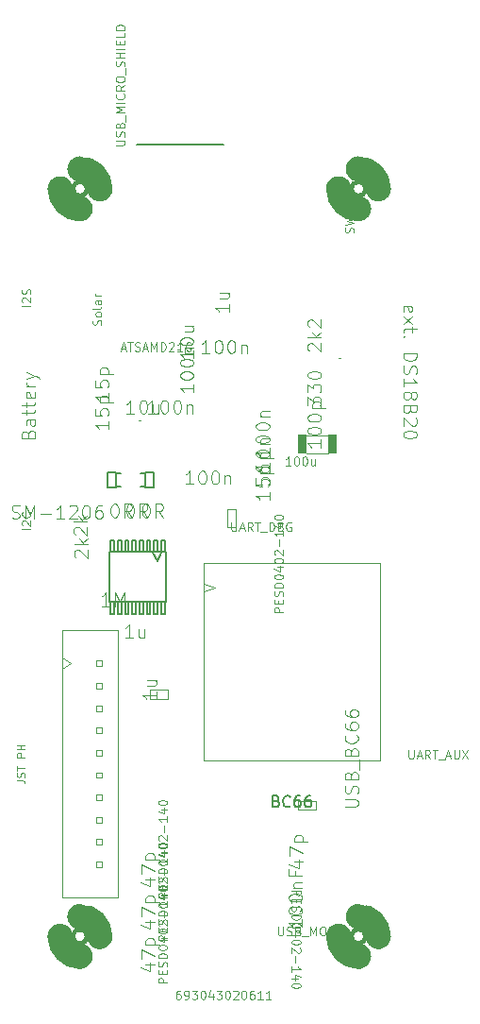
<source format=gbr>
G04 #@! TF.GenerationSoftware,KiCad,Pcbnew,5.1.8+dfsg1-1~bpo10+1*
G04 #@! TF.CreationDate,2021-01-22T07:11:30+01:00*
G04 #@! TF.ProjectId,easyhive,65617379-6869-4766-952e-6b696361645f,rev?*
G04 #@! TF.SameCoordinates,Original*
G04 #@! TF.FileFunction,Other,Fab,Top*
%FSLAX46Y46*%
G04 Gerber Fmt 4.6, Leading zero omitted, Abs format (unit mm)*
G04 Created by KiCad (PCBNEW 5.1.8+dfsg1-1~bpo10+1) date 2021-01-22 07:11:30*
%MOMM*%
%LPD*%
G01*
G04 APERTURE LIST*
%ADD10C,0.100000*%
%ADD11C,0.150000*%
%ADD12C,0.152400*%
%ADD13C,0.127000*%
%ADD14C,0.101600*%
%ADD15C,0.203200*%
%ADD16C,0.457200*%
%ADD17C,2.286000*%
%ADD18C,0.077216*%
%ADD19C,0.096520*%
%ADD20C,0.001930*%
G04 APERTURE END LIST*
D10*
X134420800Y-111068400D02*
X134420800Y-135018400D01*
X139420800Y-111068400D02*
X139420800Y-135018400D01*
X134420800Y-111068400D02*
X139420800Y-111068400D01*
X134420800Y-135018400D02*
X139420800Y-135018400D01*
X137920800Y-113793400D02*
X137420800Y-113793400D01*
X137420800Y-113793400D02*
X137420800Y-114293400D01*
X137420800Y-114293400D02*
X137920800Y-114293400D01*
X137920800Y-114293400D02*
X137920800Y-113793400D01*
X137920800Y-115793400D02*
X137420800Y-115793400D01*
X137420800Y-115793400D02*
X137420800Y-116293400D01*
X137420800Y-116293400D02*
X137920800Y-116293400D01*
X137920800Y-116293400D02*
X137920800Y-115793400D01*
X137920800Y-117793400D02*
X137420800Y-117793400D01*
X137420800Y-117793400D02*
X137420800Y-118293400D01*
X137420800Y-118293400D02*
X137920800Y-118293400D01*
X137920800Y-118293400D02*
X137920800Y-117793400D01*
X137920800Y-119793400D02*
X137420800Y-119793400D01*
X137420800Y-119793400D02*
X137420800Y-120293400D01*
X137420800Y-120293400D02*
X137920800Y-120293400D01*
X137920800Y-120293400D02*
X137920800Y-119793400D01*
X137920800Y-121793400D02*
X137420800Y-121793400D01*
X137420800Y-121793400D02*
X137420800Y-122293400D01*
X137420800Y-122293400D02*
X137920800Y-122293400D01*
X137920800Y-122293400D02*
X137920800Y-121793400D01*
X137920800Y-123793400D02*
X137420800Y-123793400D01*
X137420800Y-123793400D02*
X137420800Y-124293400D01*
X137420800Y-124293400D02*
X137920800Y-124293400D01*
X137920800Y-124293400D02*
X137920800Y-123793400D01*
X137920800Y-125793400D02*
X137420800Y-125793400D01*
X137420800Y-125793400D02*
X137420800Y-126293400D01*
X137420800Y-126293400D02*
X137920800Y-126293400D01*
X137920800Y-126293400D02*
X137920800Y-125793400D01*
X137920800Y-127793400D02*
X137420800Y-127793400D01*
X137420800Y-127793400D02*
X137420800Y-128293400D01*
X137420800Y-128293400D02*
X137920800Y-128293400D01*
X137920800Y-128293400D02*
X137920800Y-127793400D01*
X137920800Y-129793400D02*
X137420800Y-129793400D01*
X137420800Y-129793400D02*
X137420800Y-130293400D01*
X137420800Y-130293400D02*
X137920800Y-130293400D01*
X137920800Y-130293400D02*
X137920800Y-129793400D01*
X137920800Y-131793400D02*
X137420800Y-131793400D01*
X137420800Y-131793400D02*
X137420800Y-132293400D01*
X137420800Y-132293400D02*
X137920800Y-132293400D01*
X137920800Y-132293400D02*
X137920800Y-131793400D01*
X134420800Y-113543400D02*
X135127907Y-114043400D01*
X135127907Y-114043400D02*
X134420800Y-114543400D01*
D11*
X142953000Y-104903000D02*
X142572000Y-104141000D01*
X143334000Y-104141000D02*
X142953000Y-104903000D01*
D12*
X143727700Y-104052100D02*
X138622300Y-104052100D01*
X143727700Y-108547900D02*
X143727700Y-104052100D01*
X138622300Y-108547900D02*
X143727700Y-108547900D01*
X138622300Y-104052100D02*
X138622300Y-108547900D01*
X143602399Y-109602000D02*
X143602399Y-108547900D01*
X143297599Y-109602000D02*
X143602399Y-109602000D01*
X143297599Y-108547900D02*
X143297599Y-109602000D01*
X143602399Y-108547900D02*
X143297599Y-108547900D01*
X142952399Y-109602000D02*
X142952399Y-108547900D01*
X142647599Y-109602000D02*
X142952399Y-109602000D01*
X142647599Y-108547900D02*
X142647599Y-109602000D01*
X142952399Y-108547900D02*
X142647599Y-108547900D01*
X142302399Y-109602000D02*
X142302399Y-108547900D01*
X141997599Y-109602000D02*
X142302399Y-109602000D01*
X141997599Y-108547900D02*
X141997599Y-109602000D01*
X142302399Y-108547900D02*
X141997599Y-108547900D01*
X141652399Y-109602000D02*
X141652399Y-108547900D01*
X141347599Y-109602000D02*
X141652399Y-109602000D01*
X141347599Y-108547900D02*
X141347599Y-109602000D01*
X141652399Y-108547900D02*
X141347599Y-108547900D01*
X141002399Y-109602000D02*
X141002399Y-108547900D01*
X140697599Y-109602000D02*
X141002399Y-109602000D01*
X140697599Y-108547900D02*
X140697599Y-109602000D01*
X141002399Y-108547900D02*
X140697599Y-108547900D01*
X140352399Y-109602000D02*
X140352399Y-108547900D01*
X140047599Y-109602000D02*
X140352399Y-109602000D01*
X140047599Y-108547900D02*
X140047599Y-109602000D01*
X140352399Y-108547900D02*
X140047599Y-108547900D01*
X139702399Y-109602000D02*
X139702399Y-108547900D01*
X139397599Y-109602000D02*
X139702399Y-109602000D01*
X139397599Y-108547900D02*
X139397599Y-109602000D01*
X139702399Y-108547900D02*
X139397599Y-108547900D01*
X139052400Y-109602000D02*
X139052400Y-108547900D01*
X138747600Y-109602000D02*
X139052400Y-109602000D01*
X138747600Y-108547900D02*
X138747600Y-109602000D01*
X139052400Y-108547900D02*
X138747600Y-108547900D01*
X138747601Y-102998000D02*
X138747601Y-104052100D01*
X139052401Y-102998000D02*
X138747601Y-102998000D01*
X139052401Y-104052100D02*
X139052401Y-102998000D01*
X138747601Y-104052100D02*
X139052401Y-104052100D01*
X139397601Y-102998000D02*
X139397601Y-104052100D01*
X139702401Y-102998000D02*
X139397601Y-102998000D01*
X139702401Y-104052100D02*
X139702401Y-102998000D01*
X139397601Y-104052100D02*
X139702401Y-104052100D01*
X140047601Y-102998000D02*
X140047601Y-104052100D01*
X140352401Y-102998000D02*
X140047601Y-102998000D01*
X140352401Y-104052100D02*
X140352401Y-102998000D01*
X140047601Y-104052100D02*
X140352401Y-104052100D01*
X140697601Y-102998000D02*
X140697601Y-104052100D01*
X141002401Y-102998000D02*
X140697601Y-102998000D01*
X141002401Y-104052100D02*
X141002401Y-102998000D01*
X140697601Y-104052100D02*
X141002401Y-104052100D01*
X141347601Y-102998000D02*
X141347601Y-104052100D01*
X141652401Y-102998000D02*
X141347601Y-102998000D01*
X141652401Y-104052100D02*
X141652401Y-102998000D01*
X141347601Y-104052100D02*
X141652401Y-104052100D01*
X141997601Y-102998000D02*
X141997601Y-104052100D01*
X142302401Y-102998000D02*
X141997601Y-102998000D01*
X142302401Y-104052100D02*
X142302401Y-102998000D01*
X141997601Y-104052100D02*
X142302401Y-104052100D01*
X142647601Y-102998000D02*
X142647601Y-104052100D01*
X142952401Y-102998000D02*
X142647601Y-102998000D01*
X142952401Y-104052100D02*
X142952401Y-102998000D01*
X142647601Y-104052100D02*
X142952401Y-104052100D01*
X143297600Y-102998000D02*
X143297600Y-104052100D01*
X143602400Y-102998000D02*
X143297600Y-102998000D01*
X143602400Y-104052100D02*
X143602400Y-102998000D01*
X143297600Y-104052100D02*
X143602400Y-104052100D01*
D10*
X148100000Y-107250000D02*
X147100000Y-107600000D01*
X147100000Y-106900000D02*
X148100000Y-107250000D01*
X147100000Y-122700000D02*
X162900000Y-122700000D01*
X147100000Y-105000000D02*
X147100000Y-122700000D01*
X162900000Y-105000000D02*
X162900000Y-122700000D01*
X147100000Y-105000000D02*
X162900000Y-105000000D01*
X157150001Y-127149999D02*
X155550002Y-127149999D01*
X157150001Y-126349998D02*
X155550002Y-126349998D01*
X155550002Y-127149999D02*
X155550002Y-126349998D01*
X157150001Y-127149999D02*
X157150001Y-126349998D01*
D13*
X148871100Y-67512600D02*
X141071100Y-67512600D01*
D10*
X149200001Y-101800001D02*
X149200001Y-100200002D01*
X150000002Y-101800001D02*
X150000002Y-100200002D01*
X149200001Y-100200002D02*
X150000002Y-100200002D01*
X149200001Y-101800001D02*
X150000002Y-101800001D01*
X143900001Y-117199999D02*
X142300002Y-117199999D01*
X143900001Y-116399998D02*
X142300002Y-116399998D01*
X142300002Y-117199999D02*
X142300002Y-116399998D01*
X143900001Y-117199999D02*
X143900001Y-116399998D01*
D14*
X156335000Y-93613000D02*
X158265000Y-93613000D01*
X156335000Y-95187000D02*
X158265000Y-95187000D01*
D10*
G36*
X155598200Y-95250900D02*
G01*
X156348300Y-95250900D01*
X156348300Y-93550900D01*
X155598200Y-93550900D01*
X155598200Y-95250900D01*
G37*
G36*
X158251700Y-95249100D02*
G01*
X159001800Y-95249100D01*
X159001800Y-93549100D01*
X158251700Y-93549100D01*
X158251700Y-95249100D01*
G37*
D15*
X141850000Y-96900000D02*
X141850000Y-97000000D01*
X141850000Y-97000000D02*
X141850000Y-98200000D01*
X141850000Y-98200000D02*
X141850000Y-98300000D01*
X141850000Y-98300000D02*
X142650000Y-98300000D01*
X142650000Y-98300000D02*
X142650000Y-96900000D01*
X142650000Y-96900000D02*
X141850000Y-96900000D01*
X138450000Y-96900000D02*
X138450000Y-98300000D01*
X138450000Y-98300000D02*
X139250000Y-98300000D01*
X139250000Y-98300000D02*
X139250000Y-98200000D01*
X139250000Y-98200000D02*
X139250000Y-97000000D01*
X139250000Y-97000000D02*
X139250000Y-96900000D01*
X139250000Y-96900000D02*
X138450000Y-96900000D01*
X139250000Y-98200000D02*
X139650000Y-98200000D01*
X141450000Y-98200000D02*
X141850000Y-98200000D01*
X141850000Y-97000000D02*
X141450000Y-97000000D01*
X139650000Y-97000000D02*
X139250000Y-97000000D01*
D16*
X161636100Y-138503600D02*
G75*
G03*
X161636100Y-138503600I-635000J0D01*
G01*
D17*
X162779100Y-138503600D02*
G75*
G03*
X161001100Y-136725600I-1778000J0D01*
G01*
X161001100Y-140281600D02*
G75*
G02*
X159223100Y-138503600I0J1778000D01*
G01*
D16*
X161636100Y-71503600D02*
G75*
G03*
X161636100Y-71503600I-635000J0D01*
G01*
D17*
X162779100Y-71503600D02*
G75*
G03*
X161001100Y-69725600I-1778000J0D01*
G01*
X161001100Y-73281600D02*
G75*
G02*
X159223100Y-71503600I0J1778000D01*
G01*
D16*
X136636100Y-71503600D02*
G75*
G03*
X136636100Y-71503600I-635000J0D01*
G01*
D17*
X137779100Y-71503600D02*
G75*
G03*
X136001100Y-69725600I-1778000J0D01*
G01*
X136001100Y-73281600D02*
G75*
G02*
X134223100Y-71503600I0J1778000D01*
G01*
D16*
X136626600Y-138506200D02*
G75*
G03*
X136626600Y-138506200I-635000J0D01*
G01*
D17*
X137769600Y-138506200D02*
G75*
G03*
X135991600Y-136728200I-1778000J0D01*
G01*
X135991600Y-140284200D02*
G75*
G02*
X134213600Y-138506200I0J1778000D01*
G01*
D10*
X130337466Y-124526733D02*
X130837466Y-124526733D01*
X130937466Y-124560066D01*
X131004133Y-124626733D01*
X131037466Y-124726733D01*
X131037466Y-124793400D01*
X131004133Y-124226733D02*
X131037466Y-124126733D01*
X131037466Y-123960066D01*
X131004133Y-123893400D01*
X130970800Y-123860066D01*
X130904133Y-123826733D01*
X130837466Y-123826733D01*
X130770800Y-123860066D01*
X130737466Y-123893400D01*
X130704133Y-123960066D01*
X130670800Y-124093400D01*
X130637466Y-124160066D01*
X130604133Y-124193400D01*
X130537466Y-124226733D01*
X130470800Y-124226733D01*
X130404133Y-124193400D01*
X130370800Y-124160066D01*
X130337466Y-124093400D01*
X130337466Y-123926733D01*
X130370800Y-123826733D01*
X130337466Y-123626733D02*
X130337466Y-123226733D01*
X131037466Y-123426733D02*
X130337466Y-123426733D01*
X131037466Y-122460066D02*
X130337466Y-122460066D01*
X130337466Y-122193400D01*
X130370800Y-122126733D01*
X130404133Y-122093400D01*
X130470800Y-122060066D01*
X130570800Y-122060066D01*
X130637466Y-122093400D01*
X130670800Y-122126733D01*
X130704133Y-122193400D01*
X130704133Y-122460066D01*
X131037466Y-121760066D02*
X130337466Y-121760066D01*
X130670800Y-121760066D02*
X130670800Y-121360066D01*
X131037466Y-121360066D02*
X130337466Y-121360066D01*
D18*
X153796685Y-137638230D02*
X153796685Y-138263312D01*
X153833455Y-138336851D01*
X153870224Y-138373620D01*
X153943763Y-138410390D01*
X154090841Y-138410390D01*
X154164381Y-138373620D01*
X154201150Y-138336851D01*
X154237920Y-138263312D01*
X154237920Y-137638230D01*
X154568845Y-138373620D02*
X154679154Y-138410390D01*
X154863001Y-138410390D01*
X154936541Y-138373620D01*
X154973310Y-138336851D01*
X155010080Y-138263312D01*
X155010080Y-138189773D01*
X154973310Y-138116234D01*
X154936541Y-138079464D01*
X154863001Y-138042695D01*
X154715923Y-138005925D01*
X154642384Y-137969156D01*
X154605615Y-137932386D01*
X154568845Y-137858847D01*
X154568845Y-137785308D01*
X154605615Y-137711769D01*
X154642384Y-137675000D01*
X154715923Y-137638230D01*
X154899771Y-137638230D01*
X155010080Y-137675000D01*
X155598392Y-138005925D02*
X155708701Y-138042695D01*
X155745470Y-138079464D01*
X155782240Y-138153003D01*
X155782240Y-138263312D01*
X155745470Y-138336851D01*
X155708701Y-138373620D01*
X155635161Y-138410390D01*
X155341005Y-138410390D01*
X155341005Y-137638230D01*
X155598392Y-137638230D01*
X155671931Y-137675000D01*
X155708701Y-137711769D01*
X155745470Y-137785308D01*
X155745470Y-137858847D01*
X155708701Y-137932386D01*
X155671931Y-137969156D01*
X155598392Y-138005925D01*
X155341005Y-138005925D01*
X155929318Y-138483929D02*
X156517630Y-138483929D01*
X156701478Y-138410390D02*
X156701478Y-137638230D01*
X156958864Y-138189773D01*
X157216251Y-137638230D01*
X157216251Y-138410390D01*
X157731024Y-137638230D02*
X157878102Y-137638230D01*
X157951641Y-137675000D01*
X158025181Y-137748539D01*
X158061950Y-137895617D01*
X158061950Y-138153003D01*
X158025181Y-138300081D01*
X157951641Y-138373620D01*
X157878102Y-138410390D01*
X157731024Y-138410390D01*
X157657485Y-138373620D01*
X157583946Y-138300081D01*
X157547177Y-138153003D01*
X157547177Y-137895617D01*
X157583946Y-137748539D01*
X157657485Y-137675000D01*
X157731024Y-137638230D01*
X158392876Y-138410390D02*
X158392876Y-137638230D01*
X158576723Y-137638230D01*
X158687032Y-137675000D01*
X158760571Y-137748539D01*
X158797341Y-137822078D01*
X158834110Y-137969156D01*
X158834110Y-138079464D01*
X158797341Y-138226542D01*
X158760571Y-138300081D01*
X158687032Y-138373620D01*
X158576723Y-138410390D01*
X158392876Y-138410390D01*
X159165036Y-138005925D02*
X159422422Y-138005925D01*
X159532731Y-138410390D02*
X159165036Y-138410390D01*
X159165036Y-137638230D01*
X159532731Y-137638230D01*
D19*
X159767547Y-126880000D02*
X160744238Y-126880000D01*
X160859142Y-126822547D01*
X160916595Y-126765095D01*
X160974047Y-126650190D01*
X160974047Y-126420381D01*
X160916595Y-126305476D01*
X160859142Y-126248023D01*
X160744238Y-126190571D01*
X159767547Y-126190571D01*
X160916595Y-125673500D02*
X160974047Y-125501142D01*
X160974047Y-125213881D01*
X160916595Y-125098976D01*
X160859142Y-125041523D01*
X160744238Y-124984071D01*
X160629333Y-124984071D01*
X160514428Y-125041523D01*
X160456976Y-125098976D01*
X160399523Y-125213881D01*
X160342071Y-125443690D01*
X160284619Y-125558595D01*
X160227166Y-125616047D01*
X160112261Y-125673500D01*
X159997357Y-125673500D01*
X159882452Y-125616047D01*
X159825000Y-125558595D01*
X159767547Y-125443690D01*
X159767547Y-125156428D01*
X159825000Y-124984071D01*
X160342071Y-124064833D02*
X160399523Y-123892476D01*
X160456976Y-123835023D01*
X160571880Y-123777571D01*
X160744238Y-123777571D01*
X160859142Y-123835023D01*
X160916595Y-123892476D01*
X160974047Y-124007381D01*
X160974047Y-124467000D01*
X159767547Y-124467000D01*
X159767547Y-124064833D01*
X159825000Y-123949928D01*
X159882452Y-123892476D01*
X159997357Y-123835023D01*
X160112261Y-123835023D01*
X160227166Y-123892476D01*
X160284619Y-123949928D01*
X160342071Y-124064833D01*
X160342071Y-124467000D01*
X161088952Y-123547762D02*
X161088952Y-122628523D01*
X160342071Y-121939095D02*
X160399523Y-121766738D01*
X160456976Y-121709285D01*
X160571880Y-121651833D01*
X160744238Y-121651833D01*
X160859142Y-121709285D01*
X160916595Y-121766738D01*
X160974047Y-121881642D01*
X160974047Y-122341262D01*
X159767547Y-122341262D01*
X159767547Y-121939095D01*
X159825000Y-121824190D01*
X159882452Y-121766738D01*
X159997357Y-121709285D01*
X160112261Y-121709285D01*
X160227166Y-121766738D01*
X160284619Y-121824190D01*
X160342071Y-121939095D01*
X160342071Y-122341262D01*
X160859142Y-120445333D02*
X160916595Y-120502785D01*
X160974047Y-120675142D01*
X160974047Y-120790047D01*
X160916595Y-120962404D01*
X160801690Y-121077309D01*
X160686785Y-121134762D01*
X160456976Y-121192214D01*
X160284619Y-121192214D01*
X160054809Y-121134762D01*
X159939904Y-121077309D01*
X159825000Y-120962404D01*
X159767547Y-120790047D01*
X159767547Y-120675142D01*
X159825000Y-120502785D01*
X159882452Y-120445333D01*
X159767547Y-119411190D02*
X159767547Y-119641000D01*
X159825000Y-119755904D01*
X159882452Y-119813357D01*
X160054809Y-119928262D01*
X160284619Y-119985714D01*
X160744238Y-119985714D01*
X160859142Y-119928262D01*
X160916595Y-119870809D01*
X160974047Y-119755904D01*
X160974047Y-119526095D01*
X160916595Y-119411190D01*
X160859142Y-119353738D01*
X160744238Y-119296285D01*
X160456976Y-119296285D01*
X160342071Y-119353738D01*
X160284619Y-119411190D01*
X160227166Y-119526095D01*
X160227166Y-119755904D01*
X160284619Y-119870809D01*
X160342071Y-119928262D01*
X160456976Y-119985714D01*
X159767547Y-118262142D02*
X159767547Y-118491952D01*
X159825000Y-118606857D01*
X159882452Y-118664309D01*
X160054809Y-118779214D01*
X160284619Y-118836666D01*
X160744238Y-118836666D01*
X160859142Y-118779214D01*
X160916595Y-118721762D01*
X160974047Y-118606857D01*
X160974047Y-118377047D01*
X160916595Y-118262142D01*
X160859142Y-118204690D01*
X160744238Y-118147238D01*
X160456976Y-118147238D01*
X160342071Y-118204690D01*
X160284619Y-118262142D01*
X160227166Y-118377047D01*
X160227166Y-118606857D01*
X160284619Y-118721762D01*
X160342071Y-118779214D01*
X160456976Y-118836666D01*
D18*
X149577611Y-101388230D02*
X149577611Y-102013312D01*
X149614381Y-102086851D01*
X149651150Y-102123620D01*
X149724689Y-102160390D01*
X149871767Y-102160390D01*
X149945306Y-102123620D01*
X149982076Y-102086851D01*
X150018845Y-102013312D01*
X150018845Y-101388230D01*
X150349771Y-101939773D02*
X150717466Y-101939773D01*
X150276232Y-102160390D02*
X150533619Y-101388230D01*
X150791005Y-102160390D01*
X151489626Y-102160390D02*
X151232240Y-101792695D01*
X151048392Y-102160390D02*
X151048392Y-101388230D01*
X151342548Y-101388230D01*
X151416087Y-101425000D01*
X151452857Y-101461769D01*
X151489626Y-101535308D01*
X151489626Y-101645617D01*
X151452857Y-101719156D01*
X151416087Y-101755925D01*
X151342548Y-101792695D01*
X151048392Y-101792695D01*
X151710243Y-101388230D02*
X152151478Y-101388230D01*
X151930861Y-102160390D02*
X151930861Y-101388230D01*
X152225017Y-102233929D02*
X152813329Y-102233929D01*
X152997177Y-102160390D02*
X152997177Y-101388230D01*
X153181024Y-101388230D01*
X153291333Y-101425000D01*
X153364872Y-101498539D01*
X153401641Y-101572078D01*
X153438411Y-101719156D01*
X153438411Y-101829464D01*
X153401641Y-101976542D01*
X153364872Y-102050081D01*
X153291333Y-102123620D01*
X153181024Y-102160390D01*
X152997177Y-102160390D01*
X154026723Y-101755925D02*
X154137032Y-101792695D01*
X154173801Y-101829464D01*
X154210571Y-101903003D01*
X154210571Y-102013312D01*
X154173801Y-102086851D01*
X154137032Y-102123620D01*
X154063493Y-102160390D01*
X153769337Y-102160390D01*
X153769337Y-101388230D01*
X154026723Y-101388230D01*
X154100262Y-101425000D01*
X154137032Y-101461769D01*
X154173801Y-101535308D01*
X154173801Y-101608847D01*
X154137032Y-101682386D01*
X154100262Y-101719156D01*
X154026723Y-101755925D01*
X153769337Y-101755925D01*
X154945961Y-101425000D02*
X154872422Y-101388230D01*
X154762114Y-101388230D01*
X154651805Y-101425000D01*
X154578266Y-101498539D01*
X154541497Y-101572078D01*
X154504727Y-101719156D01*
X154504727Y-101829464D01*
X154541497Y-101976542D01*
X154578266Y-102050081D01*
X154651805Y-102123620D01*
X154762114Y-102160390D01*
X154835653Y-102160390D01*
X154945961Y-102123620D01*
X154982731Y-102086851D01*
X154982731Y-101829464D01*
X154835653Y-101829464D01*
D11*
X153619047Y-126378571D02*
X153761904Y-126426190D01*
X153809523Y-126473809D01*
X153857142Y-126569047D01*
X153857142Y-126711904D01*
X153809523Y-126807142D01*
X153761904Y-126854761D01*
X153666666Y-126902380D01*
X153285714Y-126902380D01*
X153285714Y-125902380D01*
X153619047Y-125902380D01*
X153714285Y-125950000D01*
X153761904Y-125997619D01*
X153809523Y-126092857D01*
X153809523Y-126188095D01*
X153761904Y-126283333D01*
X153714285Y-126330952D01*
X153619047Y-126378571D01*
X153285714Y-126378571D01*
X154857142Y-126807142D02*
X154809523Y-126854761D01*
X154666666Y-126902380D01*
X154571428Y-126902380D01*
X154428571Y-126854761D01*
X154333333Y-126759523D01*
X154285714Y-126664285D01*
X154238095Y-126473809D01*
X154238095Y-126330952D01*
X154285714Y-126140476D01*
X154333333Y-126045238D01*
X154428571Y-125950000D01*
X154571428Y-125902380D01*
X154666666Y-125902380D01*
X154809523Y-125950000D01*
X154857142Y-125997619D01*
X155714285Y-125902380D02*
X155523809Y-125902380D01*
X155428571Y-125950000D01*
X155380952Y-125997619D01*
X155285714Y-126140476D01*
X155238095Y-126330952D01*
X155238095Y-126711904D01*
X155285714Y-126807142D01*
X155333333Y-126854761D01*
X155428571Y-126902380D01*
X155619047Y-126902380D01*
X155714285Y-126854761D01*
X155761904Y-126807142D01*
X155809523Y-126711904D01*
X155809523Y-126473809D01*
X155761904Y-126378571D01*
X155714285Y-126330952D01*
X155619047Y-126283333D01*
X155428571Y-126283333D01*
X155333333Y-126330952D01*
X155285714Y-126378571D01*
X155238095Y-126473809D01*
X156666666Y-125902380D02*
X156476190Y-125902380D01*
X156380952Y-125950000D01*
X156333333Y-125997619D01*
X156238095Y-126140476D01*
X156190476Y-126330952D01*
X156190476Y-126711904D01*
X156238095Y-126807142D01*
X156285714Y-126854761D01*
X156380952Y-126902380D01*
X156571428Y-126902380D01*
X156666666Y-126854761D01*
X156714285Y-126807142D01*
X156761904Y-126711904D01*
X156761904Y-126473809D01*
X156714285Y-126378571D01*
X156666666Y-126330952D01*
X156571428Y-126283333D01*
X156380952Y-126283333D01*
X156285714Y-126330952D01*
X156238095Y-126378571D01*
X156190476Y-126473809D01*
D18*
X165504038Y-121788230D02*
X165504038Y-122413312D01*
X165540807Y-122486851D01*
X165577577Y-122523620D01*
X165651116Y-122560390D01*
X165798194Y-122560390D01*
X165871733Y-122523620D01*
X165908502Y-122486851D01*
X165945272Y-122413312D01*
X165945272Y-121788230D01*
X166276198Y-122339773D02*
X166643893Y-122339773D01*
X166202658Y-122560390D02*
X166460045Y-121788230D01*
X166717432Y-122560390D01*
X167416053Y-122560390D02*
X167158666Y-122192695D01*
X166974818Y-122560390D02*
X166974818Y-121788230D01*
X167268975Y-121788230D01*
X167342514Y-121825000D01*
X167379283Y-121861769D01*
X167416053Y-121935308D01*
X167416053Y-122045617D01*
X167379283Y-122119156D01*
X167342514Y-122155925D01*
X167268975Y-122192695D01*
X166974818Y-122192695D01*
X167636670Y-121788230D02*
X168077904Y-121788230D01*
X167857287Y-122560390D02*
X167857287Y-121788230D01*
X168151443Y-122633929D02*
X168739756Y-122633929D01*
X168886834Y-122339773D02*
X169254529Y-122339773D01*
X168813295Y-122560390D02*
X169070681Y-121788230D01*
X169328068Y-122560390D01*
X169585455Y-121788230D02*
X169585455Y-122413312D01*
X169622224Y-122486851D01*
X169658994Y-122523620D01*
X169732533Y-122560390D01*
X169879611Y-122560390D01*
X169953150Y-122523620D01*
X169989919Y-122486851D01*
X170026689Y-122413312D01*
X170026689Y-121788230D01*
X170320845Y-121788230D02*
X170835618Y-122560390D01*
X170835618Y-121788230D02*
X170320845Y-122560390D01*
X154213230Y-109448415D02*
X153441070Y-109448415D01*
X153441070Y-109154258D01*
X153477840Y-109080719D01*
X153514609Y-109043950D01*
X153588148Y-109007180D01*
X153698457Y-109007180D01*
X153771996Y-109043950D01*
X153808765Y-109080719D01*
X153845535Y-109154258D01*
X153845535Y-109448415D01*
X153808765Y-108676255D02*
X153808765Y-108418868D01*
X154213230Y-108308559D02*
X154213230Y-108676255D01*
X153441070Y-108676255D01*
X153441070Y-108308559D01*
X154176460Y-108014403D02*
X154213230Y-107904095D01*
X154213230Y-107720247D01*
X154176460Y-107646708D01*
X154139691Y-107609938D01*
X154066152Y-107573169D01*
X153992613Y-107573169D01*
X153919074Y-107609938D01*
X153882304Y-107646708D01*
X153845535Y-107720247D01*
X153808765Y-107867325D01*
X153771996Y-107940864D01*
X153735226Y-107977634D01*
X153661687Y-108014403D01*
X153588148Y-108014403D01*
X153514609Y-107977634D01*
X153477840Y-107940864D01*
X153441070Y-107867325D01*
X153441070Y-107683478D01*
X153477840Y-107573169D01*
X154213230Y-107242243D02*
X153441070Y-107242243D01*
X153441070Y-107058396D01*
X153477840Y-106948087D01*
X153551379Y-106874548D01*
X153624918Y-106837778D01*
X153771996Y-106801009D01*
X153882304Y-106801009D01*
X154029382Y-106837778D01*
X154102921Y-106874548D01*
X154176460Y-106948087D01*
X154213230Y-107058396D01*
X154213230Y-107242243D01*
X153441070Y-106323005D02*
X153441070Y-106249466D01*
X153477840Y-106175927D01*
X153514609Y-106139158D01*
X153588148Y-106102388D01*
X153735226Y-106065618D01*
X153919074Y-106065618D01*
X154066152Y-106102388D01*
X154139691Y-106139158D01*
X154176460Y-106175927D01*
X154213230Y-106249466D01*
X154213230Y-106323005D01*
X154176460Y-106396544D01*
X154139691Y-106433314D01*
X154066152Y-106470083D01*
X153919074Y-106506853D01*
X153735226Y-106506853D01*
X153588148Y-106470083D01*
X153514609Y-106433314D01*
X153477840Y-106396544D01*
X153441070Y-106323005D01*
X153698457Y-105403767D02*
X154213230Y-105403767D01*
X153404300Y-105587615D02*
X153955843Y-105771462D01*
X153955843Y-105293458D01*
X153441070Y-104852224D02*
X153441070Y-104778685D01*
X153477840Y-104705146D01*
X153514609Y-104668377D01*
X153588148Y-104631607D01*
X153735226Y-104594838D01*
X153919074Y-104594838D01*
X154066152Y-104631607D01*
X154139691Y-104668377D01*
X154176460Y-104705146D01*
X154213230Y-104778685D01*
X154213230Y-104852224D01*
X154176460Y-104925763D01*
X154139691Y-104962533D01*
X154066152Y-104999302D01*
X153919074Y-105036072D01*
X153735226Y-105036072D01*
X153588148Y-104999302D01*
X153514609Y-104962533D01*
X153477840Y-104925763D01*
X153441070Y-104852224D01*
X153514609Y-104300681D02*
X153477840Y-104263912D01*
X153441070Y-104190373D01*
X153441070Y-104006525D01*
X153477840Y-103932986D01*
X153514609Y-103896217D01*
X153588148Y-103859447D01*
X153661687Y-103859447D01*
X153771996Y-103896217D01*
X154213230Y-104337451D01*
X154213230Y-103859447D01*
X153919074Y-103528521D02*
X153919074Y-102940209D01*
X154213230Y-102168049D02*
X154213230Y-102609283D01*
X154213230Y-102388666D02*
X153441070Y-102388666D01*
X153551379Y-102462205D01*
X153624918Y-102535744D01*
X153661687Y-102609283D01*
X153698457Y-101506198D02*
X154213230Y-101506198D01*
X153404300Y-101690045D02*
X153955843Y-101873893D01*
X153955843Y-101395889D01*
X153441070Y-100954655D02*
X153441070Y-100881116D01*
X153477840Y-100807577D01*
X153514609Y-100770807D01*
X153588148Y-100734038D01*
X153735226Y-100697268D01*
X153919074Y-100697268D01*
X154066152Y-100734038D01*
X154139691Y-100770807D01*
X154176460Y-100807577D01*
X154213230Y-100881116D01*
X154213230Y-100954655D01*
X154176460Y-101028194D01*
X154139691Y-101064963D01*
X154066152Y-101101733D01*
X153919074Y-101138502D01*
X153735226Y-101138502D01*
X153588148Y-101101733D01*
X153514609Y-101064963D01*
X153477840Y-101028194D01*
X153441070Y-100954655D01*
D19*
X155942547Y-136986380D02*
X155942547Y-137675809D01*
X155942547Y-137331095D02*
X154736047Y-137331095D01*
X154908404Y-137445999D01*
X155023309Y-137560904D01*
X155080761Y-137675809D01*
X154736047Y-136239499D02*
X154736047Y-136124595D01*
X154793500Y-136009690D01*
X154850952Y-135952238D01*
X154965857Y-135894785D01*
X155195666Y-135837333D01*
X155482928Y-135837333D01*
X155712738Y-135894785D01*
X155827642Y-135952238D01*
X155885095Y-136009690D01*
X155942547Y-136124595D01*
X155942547Y-136239499D01*
X155885095Y-136354404D01*
X155827642Y-136411857D01*
X155712738Y-136469309D01*
X155482928Y-136526761D01*
X155195666Y-136526761D01*
X154965857Y-136469309D01*
X154850952Y-136411857D01*
X154793500Y-136354404D01*
X154736047Y-136239499D01*
X154736047Y-135090452D02*
X154736047Y-134975547D01*
X154793500Y-134860642D01*
X154850952Y-134803190D01*
X154965857Y-134745738D01*
X155195666Y-134688285D01*
X155482928Y-134688285D01*
X155712738Y-134745738D01*
X155827642Y-134803190D01*
X155885095Y-134860642D01*
X155942547Y-134975547D01*
X155942547Y-135090452D01*
X155885095Y-135205357D01*
X155827642Y-135262809D01*
X155712738Y-135320261D01*
X155482928Y-135377714D01*
X155195666Y-135377714D01*
X154965857Y-135320261D01*
X154850952Y-135262809D01*
X154793500Y-135205357D01*
X154736047Y-135090452D01*
X155138214Y-134171214D02*
X155942547Y-134171214D01*
X155253119Y-134171214D02*
X155195666Y-134113761D01*
X155138214Y-133998857D01*
X155138214Y-133826499D01*
X155195666Y-133711595D01*
X155310571Y-133654142D01*
X155942547Y-133654142D01*
X155310571Y-132677452D02*
X155310571Y-133079618D01*
X155942547Y-133079618D02*
X154736047Y-133079618D01*
X154736047Y-132505095D01*
D18*
X139219330Y-67593561D02*
X139844412Y-67593561D01*
X139917951Y-67556792D01*
X139954720Y-67520022D01*
X139991490Y-67446483D01*
X139991490Y-67299405D01*
X139954720Y-67225866D01*
X139917951Y-67189097D01*
X139844412Y-67152327D01*
X139219330Y-67152327D01*
X139954720Y-66821401D02*
X139991490Y-66711093D01*
X139991490Y-66527245D01*
X139954720Y-66453706D01*
X139917951Y-66416937D01*
X139844412Y-66380167D01*
X139770873Y-66380167D01*
X139697334Y-66416937D01*
X139660564Y-66453706D01*
X139623795Y-66527245D01*
X139587025Y-66674323D01*
X139550256Y-66747862D01*
X139513486Y-66784632D01*
X139439947Y-66821401D01*
X139366408Y-66821401D01*
X139292869Y-66784632D01*
X139256100Y-66747862D01*
X139219330Y-66674323D01*
X139219330Y-66490476D01*
X139256100Y-66380167D01*
X139587025Y-65791855D02*
X139623795Y-65681546D01*
X139660564Y-65644777D01*
X139734103Y-65608007D01*
X139844412Y-65608007D01*
X139917951Y-65644777D01*
X139954720Y-65681546D01*
X139991490Y-65755085D01*
X139991490Y-66049241D01*
X139219330Y-66049241D01*
X139219330Y-65791855D01*
X139256100Y-65718316D01*
X139292869Y-65681546D01*
X139366408Y-65644777D01*
X139439947Y-65644777D01*
X139513486Y-65681546D01*
X139550256Y-65718316D01*
X139587025Y-65791855D01*
X139587025Y-66049241D01*
X140065029Y-65460929D02*
X140065029Y-64872617D01*
X139991490Y-64688769D02*
X139219330Y-64688769D01*
X139770873Y-64431382D01*
X139219330Y-64173996D01*
X139991490Y-64173996D01*
X139991490Y-63806301D02*
X139219330Y-63806301D01*
X139917951Y-62997371D02*
X139954720Y-63034141D01*
X139991490Y-63144449D01*
X139991490Y-63217988D01*
X139954720Y-63328297D01*
X139881181Y-63401836D01*
X139807642Y-63438605D01*
X139660564Y-63475375D01*
X139550256Y-63475375D01*
X139403178Y-63438605D01*
X139329639Y-63401836D01*
X139256100Y-63328297D01*
X139219330Y-63217988D01*
X139219330Y-63144449D01*
X139256100Y-63034141D01*
X139292869Y-62997371D01*
X139991490Y-62225211D02*
X139623795Y-62482598D01*
X139991490Y-62666445D02*
X139219330Y-62666445D01*
X139219330Y-62372289D01*
X139256100Y-62298750D01*
X139292869Y-62261981D01*
X139366408Y-62225211D01*
X139476717Y-62225211D01*
X139550256Y-62261981D01*
X139587025Y-62298750D01*
X139623795Y-62372289D01*
X139623795Y-62666445D01*
X139219330Y-61747207D02*
X139219330Y-61600129D01*
X139256100Y-61526590D01*
X139329639Y-61453051D01*
X139476717Y-61416281D01*
X139734103Y-61416281D01*
X139881181Y-61453051D01*
X139954720Y-61526590D01*
X139991490Y-61600129D01*
X139991490Y-61747207D01*
X139954720Y-61820746D01*
X139881181Y-61894285D01*
X139734103Y-61931055D01*
X139476717Y-61931055D01*
X139329639Y-61894285D01*
X139256100Y-61820746D01*
X139219330Y-61747207D01*
X140065029Y-61269203D02*
X140065029Y-60680891D01*
X139954720Y-60533813D02*
X139991490Y-60423504D01*
X139991490Y-60239657D01*
X139954720Y-60166118D01*
X139917951Y-60129348D01*
X139844412Y-60092579D01*
X139770873Y-60092579D01*
X139697334Y-60129348D01*
X139660564Y-60166118D01*
X139623795Y-60239657D01*
X139587025Y-60386735D01*
X139550256Y-60460274D01*
X139513486Y-60497043D01*
X139439947Y-60533813D01*
X139366408Y-60533813D01*
X139292869Y-60497043D01*
X139256100Y-60460274D01*
X139219330Y-60386735D01*
X139219330Y-60202887D01*
X139256100Y-60092579D01*
X139991490Y-59761653D02*
X139219330Y-59761653D01*
X139587025Y-59761653D02*
X139587025Y-59320419D01*
X139991490Y-59320419D02*
X139219330Y-59320419D01*
X139991490Y-58952723D02*
X139219330Y-58952723D01*
X139587025Y-58585028D02*
X139587025Y-58327641D01*
X139991490Y-58217333D02*
X139991490Y-58585028D01*
X139219330Y-58585028D01*
X139219330Y-58217333D01*
X139991490Y-57518712D02*
X139991490Y-57886407D01*
X139219330Y-57886407D01*
X139991490Y-57261325D02*
X139219330Y-57261325D01*
X139219330Y-57077478D01*
X139256100Y-56967169D01*
X139329639Y-56893630D01*
X139403178Y-56856861D01*
X139550256Y-56820091D01*
X139660564Y-56820091D01*
X139807642Y-56856861D01*
X139881181Y-56893630D01*
X139954720Y-56967169D01*
X139991490Y-57077478D01*
X139991490Y-57261325D01*
D19*
X165083404Y-82501881D02*
X165025952Y-82386976D01*
X165025952Y-82157166D01*
X165083404Y-82042262D01*
X165198309Y-81984809D01*
X165657928Y-81984809D01*
X165772833Y-82042262D01*
X165830285Y-82157166D01*
X165830285Y-82386976D01*
X165772833Y-82501881D01*
X165657928Y-82559333D01*
X165543023Y-82559333D01*
X165428119Y-81984809D01*
X165025952Y-82961500D02*
X165830285Y-83593476D01*
X165830285Y-82961500D02*
X165025952Y-83593476D01*
X165830285Y-83880738D02*
X165830285Y-84340357D01*
X166232452Y-84053095D02*
X165198309Y-84053095D01*
X165083404Y-84110547D01*
X165025952Y-84225452D01*
X165025952Y-84340357D01*
X165140857Y-84742523D02*
X165083404Y-84799976D01*
X165025952Y-84742523D01*
X165083404Y-84685071D01*
X165140857Y-84742523D01*
X165025952Y-84742523D01*
X165025952Y-86236285D02*
X166232452Y-86236285D01*
X166232452Y-86523547D01*
X166175000Y-86695904D01*
X166060095Y-86810809D01*
X165945190Y-86868262D01*
X165715380Y-86925714D01*
X165543023Y-86925714D01*
X165313214Y-86868262D01*
X165198309Y-86810809D01*
X165083404Y-86695904D01*
X165025952Y-86523547D01*
X165025952Y-86236285D01*
X165083404Y-87385333D02*
X165025952Y-87557690D01*
X165025952Y-87844952D01*
X165083404Y-87959857D01*
X165140857Y-88017309D01*
X165255761Y-88074762D01*
X165370666Y-88074762D01*
X165485571Y-88017309D01*
X165543023Y-87959857D01*
X165600476Y-87844952D01*
X165657928Y-87615142D01*
X165715380Y-87500238D01*
X165772833Y-87442785D01*
X165887738Y-87385333D01*
X166002642Y-87385333D01*
X166117547Y-87442785D01*
X166175000Y-87500238D01*
X166232452Y-87615142D01*
X166232452Y-87902404D01*
X166175000Y-88074762D01*
X165025952Y-89223809D02*
X165025952Y-88534381D01*
X165025952Y-88879095D02*
X166232452Y-88879095D01*
X166060095Y-88764190D01*
X165945190Y-88649285D01*
X165887738Y-88534381D01*
X165715380Y-89913238D02*
X165772833Y-89798333D01*
X165830285Y-89740881D01*
X165945190Y-89683428D01*
X166002642Y-89683428D01*
X166117547Y-89740881D01*
X166175000Y-89798333D01*
X166232452Y-89913238D01*
X166232452Y-90143047D01*
X166175000Y-90257952D01*
X166117547Y-90315404D01*
X166002642Y-90372857D01*
X165945190Y-90372857D01*
X165830285Y-90315404D01*
X165772833Y-90257952D01*
X165715380Y-90143047D01*
X165715380Y-89913238D01*
X165657928Y-89798333D01*
X165600476Y-89740881D01*
X165485571Y-89683428D01*
X165255761Y-89683428D01*
X165140857Y-89740881D01*
X165083404Y-89798333D01*
X165025952Y-89913238D01*
X165025952Y-90143047D01*
X165083404Y-90257952D01*
X165140857Y-90315404D01*
X165255761Y-90372857D01*
X165485571Y-90372857D01*
X165600476Y-90315404D01*
X165657928Y-90257952D01*
X165715380Y-90143047D01*
X165657928Y-91292095D02*
X165600476Y-91464452D01*
X165543023Y-91521904D01*
X165428119Y-91579357D01*
X165255761Y-91579357D01*
X165140857Y-91521904D01*
X165083404Y-91464452D01*
X165025952Y-91349547D01*
X165025952Y-90889928D01*
X166232452Y-90889928D01*
X166232452Y-91292095D01*
X166175000Y-91407000D01*
X166117547Y-91464452D01*
X166002642Y-91521904D01*
X165887738Y-91521904D01*
X165772833Y-91464452D01*
X165715380Y-91407000D01*
X165657928Y-91292095D01*
X165657928Y-90889928D01*
X166117547Y-92038976D02*
X166175000Y-92096428D01*
X166232452Y-92211333D01*
X166232452Y-92498595D01*
X166175000Y-92613500D01*
X166117547Y-92670952D01*
X166002642Y-92728404D01*
X165887738Y-92728404D01*
X165715380Y-92670952D01*
X165025952Y-91981523D01*
X165025952Y-92728404D01*
X166232452Y-93475285D02*
X166232452Y-93590190D01*
X166175000Y-93705095D01*
X166117547Y-93762547D01*
X166002642Y-93820000D01*
X165772833Y-93877452D01*
X165485571Y-93877452D01*
X165255761Y-93820000D01*
X165140857Y-93762547D01*
X165083404Y-93705095D01*
X165025952Y-93590190D01*
X165025952Y-93475285D01*
X165083404Y-93360381D01*
X165140857Y-93302928D01*
X165255761Y-93245476D01*
X165485571Y-93188023D01*
X165772833Y-93188023D01*
X166002642Y-93245476D01*
X166117547Y-93302928D01*
X166175000Y-93360381D01*
X166232452Y-93475285D01*
D18*
X131561490Y-101999561D02*
X130789330Y-101999561D01*
X130862869Y-101668636D02*
X130826100Y-101631866D01*
X130789330Y-101558327D01*
X130789330Y-101374480D01*
X130826100Y-101300941D01*
X130862869Y-101264171D01*
X130936408Y-101227401D01*
X131009947Y-101227401D01*
X131120256Y-101264171D01*
X131561490Y-101705405D01*
X131561490Y-101227401D01*
X131487951Y-100455241D02*
X131524720Y-100492011D01*
X131561490Y-100602320D01*
X131561490Y-100675859D01*
X131524720Y-100786167D01*
X131451181Y-100859706D01*
X131377642Y-100896476D01*
X131230564Y-100933245D01*
X131120256Y-100933245D01*
X130973178Y-100896476D01*
X130899639Y-100859706D01*
X130826100Y-100786167D01*
X130789330Y-100675859D01*
X130789330Y-100602320D01*
X130826100Y-100492011D01*
X130862869Y-100455241D01*
D19*
X131343171Y-93481433D02*
X131400623Y-93309076D01*
X131458076Y-93251623D01*
X131572980Y-93194171D01*
X131745338Y-93194171D01*
X131860242Y-93251623D01*
X131917695Y-93309076D01*
X131975147Y-93423981D01*
X131975147Y-93883600D01*
X130768647Y-93883600D01*
X130768647Y-93481433D01*
X130826100Y-93366528D01*
X130883552Y-93309076D01*
X130998457Y-93251623D01*
X131113361Y-93251623D01*
X131228266Y-93309076D01*
X131285719Y-93366528D01*
X131343171Y-93481433D01*
X131343171Y-93883600D01*
X131975147Y-92160028D02*
X131343171Y-92160028D01*
X131228266Y-92217481D01*
X131170814Y-92332385D01*
X131170814Y-92562195D01*
X131228266Y-92677100D01*
X131917695Y-92160028D02*
X131975147Y-92274933D01*
X131975147Y-92562195D01*
X131917695Y-92677100D01*
X131802790Y-92734552D01*
X131687885Y-92734552D01*
X131572980Y-92677100D01*
X131515528Y-92562195D01*
X131515528Y-92274933D01*
X131458076Y-92160028D01*
X131170814Y-91757862D02*
X131170814Y-91298242D01*
X130768647Y-91585504D02*
X131802790Y-91585504D01*
X131917695Y-91528052D01*
X131975147Y-91413147D01*
X131975147Y-91298242D01*
X131170814Y-91068433D02*
X131170814Y-90608814D01*
X130768647Y-90896076D02*
X131802790Y-90896076D01*
X131917695Y-90838623D01*
X131975147Y-90723719D01*
X131975147Y-90608814D01*
X131917695Y-89747028D02*
X131975147Y-89861933D01*
X131975147Y-90091742D01*
X131917695Y-90206647D01*
X131802790Y-90264100D01*
X131343171Y-90264100D01*
X131228266Y-90206647D01*
X131170814Y-90091742D01*
X131170814Y-89861933D01*
X131228266Y-89747028D01*
X131343171Y-89689576D01*
X131458076Y-89689576D01*
X131572980Y-90264100D01*
X131975147Y-89172504D02*
X131170814Y-89172504D01*
X131400623Y-89172504D02*
X131285719Y-89115052D01*
X131228266Y-89057600D01*
X131170814Y-88942695D01*
X131170814Y-88827790D01*
X131170814Y-88540528D02*
X131975147Y-88253266D01*
X131170814Y-87966004D02*
X131975147Y-88253266D01*
X132262409Y-88368171D01*
X132319861Y-88425623D01*
X132377314Y-88540528D01*
D18*
X131561490Y-81999561D02*
X130789330Y-81999561D01*
X130862869Y-81668636D02*
X130826100Y-81631866D01*
X130789330Y-81558327D01*
X130789330Y-81374480D01*
X130826100Y-81300941D01*
X130862869Y-81264171D01*
X130936408Y-81227401D01*
X131009947Y-81227401D01*
X131120256Y-81264171D01*
X131561490Y-81705405D01*
X131561490Y-81227401D01*
X131524720Y-80933245D02*
X131561490Y-80822937D01*
X131561490Y-80639089D01*
X131524720Y-80565550D01*
X131487951Y-80528781D01*
X131414412Y-80492011D01*
X131340873Y-80492011D01*
X131267334Y-80528781D01*
X131230564Y-80565550D01*
X131193795Y-80639089D01*
X131157025Y-80786167D01*
X131120256Y-80859706D01*
X131083486Y-80896476D01*
X131009947Y-80933245D01*
X130936408Y-80933245D01*
X130862869Y-80896476D01*
X130826100Y-80859706D01*
X130789330Y-80786167D01*
X130789330Y-80602320D01*
X130826100Y-80492011D01*
X160524720Y-75436331D02*
X160561490Y-75326022D01*
X160561490Y-75142175D01*
X160524720Y-75068636D01*
X160487951Y-75031866D01*
X160414412Y-74995097D01*
X160340873Y-74995097D01*
X160267334Y-75031866D01*
X160230564Y-75068636D01*
X160193795Y-75142175D01*
X160157025Y-75289253D01*
X160120256Y-75362792D01*
X160083486Y-75399561D01*
X160009947Y-75436331D01*
X159936408Y-75436331D01*
X159862869Y-75399561D01*
X159826100Y-75362792D01*
X159789330Y-75289253D01*
X159789330Y-75105405D01*
X159826100Y-74995097D01*
X159789330Y-74737710D02*
X160561490Y-74553862D01*
X160009947Y-74406784D01*
X160561490Y-74259706D01*
X159789330Y-74075859D01*
X160561490Y-73781702D02*
X159789330Y-73781702D01*
X159789330Y-73597855D01*
X159826100Y-73487546D01*
X159899639Y-73414007D01*
X159973178Y-73377238D01*
X160120256Y-73340468D01*
X160230564Y-73340468D01*
X160377642Y-73377238D01*
X160451181Y-73414007D01*
X160524720Y-73487546D01*
X160561490Y-73597855D01*
X160561490Y-73781702D01*
X137874720Y-83691813D02*
X137911490Y-83581504D01*
X137911490Y-83397657D01*
X137874720Y-83324118D01*
X137837951Y-83287348D01*
X137764412Y-83250578D01*
X137690873Y-83250578D01*
X137617334Y-83287348D01*
X137580564Y-83324118D01*
X137543795Y-83397657D01*
X137507025Y-83544735D01*
X137470256Y-83618274D01*
X137433486Y-83655043D01*
X137359947Y-83691813D01*
X137286408Y-83691813D01*
X137212869Y-83655043D01*
X137176100Y-83618274D01*
X137139330Y-83544735D01*
X137139330Y-83360887D01*
X137176100Y-83250578D01*
X137911490Y-82809344D02*
X137874720Y-82882883D01*
X137837951Y-82919653D01*
X137764412Y-82956422D01*
X137543795Y-82956422D01*
X137470256Y-82919653D01*
X137433486Y-82882883D01*
X137396717Y-82809344D01*
X137396717Y-82699036D01*
X137433486Y-82625497D01*
X137470256Y-82588727D01*
X137543795Y-82551958D01*
X137764412Y-82551958D01*
X137837951Y-82588727D01*
X137874720Y-82625497D01*
X137911490Y-82699036D01*
X137911490Y-82809344D01*
X137911490Y-82110723D02*
X137874720Y-82184262D01*
X137801181Y-82221032D01*
X137139330Y-82221032D01*
X137911490Y-81485641D02*
X137507025Y-81485641D01*
X137433486Y-81522411D01*
X137396717Y-81595950D01*
X137396717Y-81743028D01*
X137433486Y-81816567D01*
X137874720Y-81485641D02*
X137911490Y-81559180D01*
X137911490Y-81743028D01*
X137874720Y-81816567D01*
X137801181Y-81853337D01*
X137727642Y-81853337D01*
X137654103Y-81816567D01*
X137617334Y-81743028D01*
X137617334Y-81559180D01*
X137580564Y-81485641D01*
X137911490Y-81117946D02*
X137396717Y-81117946D01*
X137543795Y-81117946D02*
X137470256Y-81081177D01*
X137433486Y-81044407D01*
X137396717Y-80970868D01*
X137396717Y-80897329D01*
X154933329Y-96278390D02*
X154492095Y-96278390D01*
X154712712Y-96278390D02*
X154712712Y-95506230D01*
X154639173Y-95616539D01*
X154565634Y-95690078D01*
X154492095Y-95726847D01*
X155411333Y-95506230D02*
X155484872Y-95506230D01*
X155558411Y-95543000D01*
X155595181Y-95579769D01*
X155631950Y-95653308D01*
X155668720Y-95800386D01*
X155668720Y-95984234D01*
X155631950Y-96131312D01*
X155595181Y-96204851D01*
X155558411Y-96241620D01*
X155484872Y-96278390D01*
X155411333Y-96278390D01*
X155337794Y-96241620D01*
X155301024Y-96204851D01*
X155264255Y-96131312D01*
X155227485Y-95984234D01*
X155227485Y-95800386D01*
X155264255Y-95653308D01*
X155301024Y-95579769D01*
X155337794Y-95543000D01*
X155411333Y-95506230D01*
X156146723Y-95506230D02*
X156220262Y-95506230D01*
X156293801Y-95543000D01*
X156330571Y-95579769D01*
X156367341Y-95653308D01*
X156404110Y-95800386D01*
X156404110Y-95984234D01*
X156367341Y-96131312D01*
X156330571Y-96204851D01*
X156293801Y-96241620D01*
X156220262Y-96278390D01*
X156146723Y-96278390D01*
X156073184Y-96241620D01*
X156036415Y-96204851D01*
X155999645Y-96131312D01*
X155962876Y-95984234D01*
X155962876Y-95800386D01*
X155999645Y-95653308D01*
X156036415Y-95579769D01*
X156073184Y-95543000D01*
X156146723Y-95506230D01*
X157065961Y-95763617D02*
X157065961Y-96278390D01*
X156735036Y-95763617D02*
X156735036Y-96168081D01*
X156771805Y-96241620D01*
X156845344Y-96278390D01*
X156955653Y-96278390D01*
X157029192Y-96241620D01*
X157065961Y-96204851D01*
D20*
X159222552Y-86655720D02*
X159236341Y-86655720D01*
X159229446Y-86679850D02*
X159229446Y-86655720D01*
X159244384Y-86679850D02*
X159244384Y-86655720D01*
X159253576Y-86655720D01*
X159255874Y-86656870D01*
X159257024Y-86658019D01*
X159258173Y-86660317D01*
X159258173Y-86663764D01*
X159257024Y-86666062D01*
X159255874Y-86667211D01*
X159253576Y-86668360D01*
X159244384Y-86668360D01*
X159265067Y-86655720D02*
X159278855Y-86655720D01*
X159271961Y-86679850D02*
X159271961Y-86655720D01*
X159286899Y-86679850D02*
X159286899Y-86655720D01*
X159296091Y-86655720D01*
X159298389Y-86656870D01*
X159299538Y-86658019D01*
X159300687Y-86660317D01*
X159300687Y-86663764D01*
X159299538Y-86666062D01*
X159298389Y-86667211D01*
X159296091Y-86668360D01*
X159286899Y-86668360D01*
X159315625Y-86655720D02*
X159317923Y-86655720D01*
X159320221Y-86656870D01*
X159321370Y-86658019D01*
X159322519Y-86660317D01*
X159323668Y-86664913D01*
X159323668Y-86670658D01*
X159322519Y-86675254D01*
X159321370Y-86677552D01*
X159320221Y-86678701D01*
X159317923Y-86679850D01*
X159315625Y-86679850D01*
X159313327Y-86678701D01*
X159312178Y-86677552D01*
X159311029Y-86675254D01*
X159309880Y-86670658D01*
X159309880Y-86664913D01*
X159311029Y-86660317D01*
X159312178Y-86658019D01*
X159313327Y-86656870D01*
X159315625Y-86655720D01*
X159337457Y-86666062D02*
X159335159Y-86664913D01*
X159334010Y-86663764D01*
X159332861Y-86661466D01*
X159332861Y-86660317D01*
X159334010Y-86658019D01*
X159335159Y-86656870D01*
X159337457Y-86655720D01*
X159342053Y-86655720D01*
X159344351Y-86656870D01*
X159345500Y-86658019D01*
X159346649Y-86660317D01*
X159346649Y-86661466D01*
X159345500Y-86663764D01*
X159344351Y-86664913D01*
X159342053Y-86666062D01*
X159337457Y-86666062D01*
X159335159Y-86667211D01*
X159334010Y-86668360D01*
X159332861Y-86670658D01*
X159332861Y-86675254D01*
X159334010Y-86677552D01*
X159335159Y-86678701D01*
X159337457Y-86679850D01*
X159342053Y-86679850D01*
X159344351Y-86678701D01*
X159345500Y-86677552D01*
X159346649Y-86675254D01*
X159346649Y-86670658D01*
X159345500Y-86668360D01*
X159344351Y-86667211D01*
X159342053Y-86666062D01*
X159370779Y-86679850D02*
X159362736Y-86668360D01*
X159356991Y-86679850D02*
X159356991Y-86655720D01*
X159366183Y-86655720D01*
X159368481Y-86656870D01*
X159369630Y-86658019D01*
X159370779Y-86660317D01*
X159370779Y-86663764D01*
X159369630Y-86666062D01*
X159368481Y-86667211D01*
X159366183Y-86668360D01*
X159356991Y-86668360D01*
X145872552Y-85805720D02*
X145886341Y-85805720D01*
X145879446Y-85829850D02*
X145879446Y-85805720D01*
X145894384Y-85829850D02*
X145894384Y-85805720D01*
X145903576Y-85805720D01*
X145905874Y-85806870D01*
X145907024Y-85808019D01*
X145908173Y-85810317D01*
X145908173Y-85813764D01*
X145907024Y-85816062D01*
X145905874Y-85817211D01*
X145903576Y-85818360D01*
X145894384Y-85818360D01*
X145915067Y-85805720D02*
X145928855Y-85805720D01*
X145921961Y-85829850D02*
X145921961Y-85805720D01*
X145936899Y-85829850D02*
X145936899Y-85805720D01*
X145946091Y-85805720D01*
X145948389Y-85806870D01*
X145949538Y-85808019D01*
X145950687Y-85810317D01*
X145950687Y-85813764D01*
X145949538Y-85816062D01*
X145948389Y-85817211D01*
X145946091Y-85818360D01*
X145936899Y-85818360D01*
X145965625Y-85805720D02*
X145967923Y-85805720D01*
X145970221Y-85806870D01*
X145971370Y-85808019D01*
X145972519Y-85810317D01*
X145973668Y-85814913D01*
X145973668Y-85820658D01*
X145972519Y-85825254D01*
X145971370Y-85827552D01*
X145970221Y-85828701D01*
X145967923Y-85829850D01*
X145965625Y-85829850D01*
X145963327Y-85828701D01*
X145962178Y-85827552D01*
X145961029Y-85825254D01*
X145959880Y-85820658D01*
X145959880Y-85814913D01*
X145961029Y-85810317D01*
X145962178Y-85808019D01*
X145963327Y-85806870D01*
X145965625Y-85805720D01*
X145987457Y-85816062D02*
X145985159Y-85814913D01*
X145984010Y-85813764D01*
X145982861Y-85811466D01*
X145982861Y-85810317D01*
X145984010Y-85808019D01*
X145985159Y-85806870D01*
X145987457Y-85805720D01*
X145992053Y-85805720D01*
X145994351Y-85806870D01*
X145995500Y-85808019D01*
X145996649Y-85810317D01*
X145996649Y-85811466D01*
X145995500Y-85813764D01*
X145994351Y-85814913D01*
X145992053Y-85816062D01*
X145987457Y-85816062D01*
X145985159Y-85817211D01*
X145984010Y-85818360D01*
X145982861Y-85820658D01*
X145982861Y-85825254D01*
X145984010Y-85827552D01*
X145985159Y-85828701D01*
X145987457Y-85829850D01*
X145992053Y-85829850D01*
X145994351Y-85828701D01*
X145995500Y-85827552D01*
X145996649Y-85825254D01*
X145996649Y-85820658D01*
X145995500Y-85818360D01*
X145994351Y-85817211D01*
X145992053Y-85816062D01*
X146020779Y-85829850D02*
X146012736Y-85818360D01*
X146006991Y-85829850D02*
X146006991Y-85805720D01*
X146016183Y-85805720D01*
X146018481Y-85806870D01*
X146019630Y-85808019D01*
X146020779Y-85810317D01*
X146020779Y-85813764D01*
X146019630Y-85816062D01*
X146018481Y-85817211D01*
X146016183Y-85818360D01*
X146006991Y-85818360D01*
X144752402Y-85868070D02*
X144766191Y-85868070D01*
X144759296Y-85892200D02*
X144759296Y-85868070D01*
X144774234Y-85892200D02*
X144774234Y-85868070D01*
X144783426Y-85868070D01*
X144785724Y-85869220D01*
X144786874Y-85870369D01*
X144788023Y-85872667D01*
X144788023Y-85876114D01*
X144786874Y-85878412D01*
X144785724Y-85879561D01*
X144783426Y-85880710D01*
X144774234Y-85880710D01*
X144794917Y-85868070D02*
X144808705Y-85868070D01*
X144801811Y-85892200D02*
X144801811Y-85868070D01*
X144816749Y-85892200D02*
X144816749Y-85868070D01*
X144825941Y-85868070D01*
X144828239Y-85869220D01*
X144829388Y-85870369D01*
X144830537Y-85872667D01*
X144830537Y-85876114D01*
X144829388Y-85878412D01*
X144828239Y-85879561D01*
X144825941Y-85880710D01*
X144816749Y-85880710D01*
X144845475Y-85868070D02*
X144847773Y-85868070D01*
X144850071Y-85869220D01*
X144851220Y-85870369D01*
X144852369Y-85872667D01*
X144853518Y-85877263D01*
X144853518Y-85883008D01*
X144852369Y-85887604D01*
X144851220Y-85889902D01*
X144850071Y-85891051D01*
X144847773Y-85892200D01*
X144845475Y-85892200D01*
X144843177Y-85891051D01*
X144842028Y-85889902D01*
X144840879Y-85887604D01*
X144839730Y-85883008D01*
X144839730Y-85877263D01*
X144840879Y-85872667D01*
X144842028Y-85870369D01*
X144843177Y-85869220D01*
X144845475Y-85868070D01*
X144867307Y-85878412D02*
X144865009Y-85877263D01*
X144863860Y-85876114D01*
X144862711Y-85873816D01*
X144862711Y-85872667D01*
X144863860Y-85870369D01*
X144865009Y-85869220D01*
X144867307Y-85868070D01*
X144871903Y-85868070D01*
X144874201Y-85869220D01*
X144875350Y-85870369D01*
X144876499Y-85872667D01*
X144876499Y-85873816D01*
X144875350Y-85876114D01*
X144874201Y-85877263D01*
X144871903Y-85878412D01*
X144867307Y-85878412D01*
X144865009Y-85879561D01*
X144863860Y-85880710D01*
X144862711Y-85883008D01*
X144862711Y-85887604D01*
X144863860Y-85889902D01*
X144865009Y-85891051D01*
X144867307Y-85892200D01*
X144871903Y-85892200D01*
X144874201Y-85891051D01*
X144875350Y-85889902D01*
X144876499Y-85887604D01*
X144876499Y-85883008D01*
X144875350Y-85880710D01*
X144874201Y-85879561D01*
X144871903Y-85878412D01*
X144900629Y-85892200D02*
X144892586Y-85880710D01*
X144886841Y-85892200D02*
X144886841Y-85868070D01*
X144896033Y-85868070D01*
X144898331Y-85869220D01*
X144899480Y-85870369D01*
X144900629Y-85872667D01*
X144900629Y-85876114D01*
X144899480Y-85878412D01*
X144898331Y-85879561D01*
X144896033Y-85880710D01*
X144886841Y-85880710D01*
X141259902Y-92218070D02*
X141273691Y-92218070D01*
X141266796Y-92242200D02*
X141266796Y-92218070D01*
X141281734Y-92242200D02*
X141281734Y-92218070D01*
X141290926Y-92218070D01*
X141293224Y-92219220D01*
X141294374Y-92220369D01*
X141295523Y-92222667D01*
X141295523Y-92226114D01*
X141294374Y-92228412D01*
X141293224Y-92229561D01*
X141290926Y-92230710D01*
X141281734Y-92230710D01*
X141302417Y-92218070D02*
X141316205Y-92218070D01*
X141309311Y-92242200D02*
X141309311Y-92218070D01*
X141324249Y-92242200D02*
X141324249Y-92218070D01*
X141333441Y-92218070D01*
X141335739Y-92219220D01*
X141336888Y-92220369D01*
X141338037Y-92222667D01*
X141338037Y-92226114D01*
X141336888Y-92228412D01*
X141335739Y-92229561D01*
X141333441Y-92230710D01*
X141324249Y-92230710D01*
X141352975Y-92218070D02*
X141355273Y-92218070D01*
X141357571Y-92219220D01*
X141358720Y-92220369D01*
X141359869Y-92222667D01*
X141361018Y-92227263D01*
X141361018Y-92233008D01*
X141359869Y-92237604D01*
X141358720Y-92239902D01*
X141357571Y-92241051D01*
X141355273Y-92242200D01*
X141352975Y-92242200D01*
X141350677Y-92241051D01*
X141349528Y-92239902D01*
X141348379Y-92237604D01*
X141347230Y-92233008D01*
X141347230Y-92227263D01*
X141348379Y-92222667D01*
X141349528Y-92220369D01*
X141350677Y-92219220D01*
X141352975Y-92218070D01*
X141374807Y-92228412D02*
X141372509Y-92227263D01*
X141371360Y-92226114D01*
X141370211Y-92223816D01*
X141370211Y-92222667D01*
X141371360Y-92220369D01*
X141372509Y-92219220D01*
X141374807Y-92218070D01*
X141379403Y-92218070D01*
X141381701Y-92219220D01*
X141382850Y-92220369D01*
X141383999Y-92222667D01*
X141383999Y-92223816D01*
X141382850Y-92226114D01*
X141381701Y-92227263D01*
X141379403Y-92228412D01*
X141374807Y-92228412D01*
X141372509Y-92229561D01*
X141371360Y-92230710D01*
X141370211Y-92233008D01*
X141370211Y-92237604D01*
X141371360Y-92239902D01*
X141372509Y-92241051D01*
X141374807Y-92242200D01*
X141379403Y-92242200D01*
X141381701Y-92241051D01*
X141382850Y-92239902D01*
X141383999Y-92237604D01*
X141383999Y-92233008D01*
X141382850Y-92230710D01*
X141381701Y-92229561D01*
X141379403Y-92228412D01*
X141408129Y-92242200D02*
X141400086Y-92230710D01*
X141394341Y-92242200D02*
X141394341Y-92218070D01*
X141403533Y-92218070D01*
X141405831Y-92219220D01*
X141406980Y-92220369D01*
X141408129Y-92222667D01*
X141408129Y-92226114D01*
X141406980Y-92228412D01*
X141405831Y-92229561D01*
X141403533Y-92230710D01*
X141394341Y-92230710D01*
D19*
X138651976Y-108892547D02*
X137962547Y-108892547D01*
X138307261Y-108892547D02*
X138307261Y-107686047D01*
X138192357Y-107858404D01*
X138077452Y-107973309D01*
X137962547Y-108030761D01*
X139169047Y-108892547D02*
X139169047Y-107686047D01*
X139571214Y-108547833D01*
X139973380Y-107686047D01*
X139973380Y-108892547D01*
X140449809Y-99736047D02*
X140564714Y-99736047D01*
X140679618Y-99793500D01*
X140737071Y-99850952D01*
X140794523Y-99965857D01*
X140851976Y-100195666D01*
X140851976Y-100482928D01*
X140794523Y-100712738D01*
X140737071Y-100827642D01*
X140679618Y-100885095D01*
X140564714Y-100942547D01*
X140449809Y-100942547D01*
X140334904Y-100885095D01*
X140277452Y-100827642D01*
X140219999Y-100712738D01*
X140162547Y-100482928D01*
X140162547Y-100195666D01*
X140219999Y-99965857D01*
X140277452Y-99850952D01*
X140334904Y-99793500D01*
X140449809Y-99736047D01*
X142058476Y-100942547D02*
X141656309Y-100368023D01*
X141369047Y-100942547D02*
X141369047Y-99736047D01*
X141828666Y-99736047D01*
X141943571Y-99793500D01*
X142001023Y-99850952D01*
X142058476Y-99965857D01*
X142058476Y-100138214D01*
X142001023Y-100253119D01*
X141943571Y-100310571D01*
X141828666Y-100368023D01*
X141369047Y-100368023D01*
X141849809Y-99736047D02*
X141964714Y-99736047D01*
X142079618Y-99793500D01*
X142137071Y-99850952D01*
X142194523Y-99965857D01*
X142251976Y-100195666D01*
X142251976Y-100482928D01*
X142194523Y-100712738D01*
X142137071Y-100827642D01*
X142079618Y-100885095D01*
X141964714Y-100942547D01*
X141849809Y-100942547D01*
X141734904Y-100885095D01*
X141677452Y-100827642D01*
X141619999Y-100712738D01*
X141562547Y-100482928D01*
X141562547Y-100195666D01*
X141619999Y-99965857D01*
X141677452Y-99850952D01*
X141734904Y-99793500D01*
X141849809Y-99736047D01*
X143458476Y-100942547D02*
X143056309Y-100368023D01*
X142769047Y-100942547D02*
X142769047Y-99736047D01*
X143228666Y-99736047D01*
X143343571Y-99793500D01*
X143401023Y-99850952D01*
X143458476Y-99965857D01*
X143458476Y-100138214D01*
X143401023Y-100253119D01*
X143343571Y-100310571D01*
X143228666Y-100368023D01*
X142769047Y-100368023D01*
X139049809Y-99736047D02*
X139164714Y-99736047D01*
X139279618Y-99793500D01*
X139337071Y-99850952D01*
X139394523Y-99965857D01*
X139451976Y-100195666D01*
X139451976Y-100482928D01*
X139394523Y-100712738D01*
X139337071Y-100827642D01*
X139279618Y-100885095D01*
X139164714Y-100942547D01*
X139049809Y-100942547D01*
X138934904Y-100885095D01*
X138877452Y-100827642D01*
X138819999Y-100712738D01*
X138762547Y-100482928D01*
X138762547Y-100195666D01*
X138819999Y-99965857D01*
X138877452Y-99850952D01*
X138934904Y-99793500D01*
X139049809Y-99736047D01*
X140658476Y-100942547D02*
X140256309Y-100368023D01*
X139969047Y-100942547D02*
X139969047Y-99736047D01*
X140428666Y-99736047D01*
X140543571Y-99793500D01*
X140601023Y-99850952D01*
X140658476Y-99965857D01*
X140658476Y-100138214D01*
X140601023Y-100253119D01*
X140543571Y-100310571D01*
X140428666Y-100368023D01*
X139969047Y-100368023D01*
X135550952Y-102487452D02*
X135493500Y-102430000D01*
X135436047Y-102315095D01*
X135436047Y-102027833D01*
X135493500Y-101912928D01*
X135550952Y-101855476D01*
X135665857Y-101798023D01*
X135780761Y-101798023D01*
X135953119Y-101855476D01*
X136642547Y-102544904D01*
X136642547Y-101798023D01*
X136642547Y-101280952D02*
X135436047Y-101280952D01*
X136182928Y-101166047D02*
X136642547Y-100821333D01*
X135838214Y-100821333D02*
X136297833Y-101280952D01*
X135600952Y-104537452D02*
X135543500Y-104480000D01*
X135486047Y-104365095D01*
X135486047Y-104077833D01*
X135543500Y-103962928D01*
X135600952Y-103905476D01*
X135715857Y-103848023D01*
X135830761Y-103848023D01*
X136003119Y-103905476D01*
X136692547Y-104594904D01*
X136692547Y-103848023D01*
X136692547Y-103330952D02*
X135486047Y-103330952D01*
X136232928Y-103216047D02*
X136692547Y-102871333D01*
X135888214Y-102871333D02*
X136347833Y-103330952D01*
X156550952Y-86007452D02*
X156493500Y-85950000D01*
X156436047Y-85835095D01*
X156436047Y-85547833D01*
X156493500Y-85432928D01*
X156550952Y-85375476D01*
X156665857Y-85318023D01*
X156780761Y-85318023D01*
X156953119Y-85375476D01*
X157642547Y-86064904D01*
X157642547Y-85318023D01*
X157642547Y-84800952D02*
X156436047Y-84800952D01*
X157182928Y-84686047D02*
X157642547Y-84341333D01*
X156838214Y-84341333D02*
X157297833Y-84800952D01*
X156550952Y-83881714D02*
X156493500Y-83824262D01*
X156436047Y-83709357D01*
X156436047Y-83422095D01*
X156493500Y-83307190D01*
X156550952Y-83249738D01*
X156665857Y-83192285D01*
X156780761Y-83192285D01*
X156953119Y-83249738D01*
X157642547Y-83939166D01*
X157642547Y-83192285D01*
X156436047Y-90897523D02*
X156436047Y-90150642D01*
X156895666Y-90552809D01*
X156895666Y-90380452D01*
X156953119Y-90265547D01*
X157010571Y-90208095D01*
X157125476Y-90150642D01*
X157412738Y-90150642D01*
X157527642Y-90208095D01*
X157585095Y-90265547D01*
X157642547Y-90380452D01*
X157642547Y-90725166D01*
X157585095Y-90840071D01*
X157527642Y-90897523D01*
X156436047Y-89748476D02*
X156436047Y-89001595D01*
X156895666Y-89403761D01*
X156895666Y-89231404D01*
X156953119Y-89116499D01*
X157010571Y-89059047D01*
X157125476Y-89001595D01*
X157412738Y-89001595D01*
X157527642Y-89059047D01*
X157585095Y-89116499D01*
X157642547Y-89231404D01*
X157642547Y-89576118D01*
X157585095Y-89691023D01*
X157527642Y-89748476D01*
X156436047Y-88254714D02*
X156436047Y-88139809D01*
X156493500Y-88024904D01*
X156550952Y-87967452D01*
X156665857Y-87909999D01*
X156895666Y-87852547D01*
X157182928Y-87852547D01*
X157412738Y-87909999D01*
X157527642Y-87967452D01*
X157585095Y-88024904D01*
X157642547Y-88139809D01*
X157642547Y-88254714D01*
X157585095Y-88369618D01*
X157527642Y-88427071D01*
X157412738Y-88484523D01*
X157182928Y-88541976D01*
X156895666Y-88541976D01*
X156665857Y-88484523D01*
X156550952Y-88427071D01*
X156493500Y-88369618D01*
X156436047Y-88254714D01*
X129891214Y-100999595D02*
X130063571Y-101057047D01*
X130350833Y-101057047D01*
X130465738Y-100999595D01*
X130523190Y-100942142D01*
X130580642Y-100827238D01*
X130580642Y-100712333D01*
X130523190Y-100597428D01*
X130465738Y-100539976D01*
X130350833Y-100482523D01*
X130121023Y-100425071D01*
X130006119Y-100367619D01*
X129948666Y-100310166D01*
X129891214Y-100195261D01*
X129891214Y-100080357D01*
X129948666Y-99965452D01*
X130006119Y-99908000D01*
X130121023Y-99850547D01*
X130408285Y-99850547D01*
X130580642Y-99908000D01*
X131097714Y-101057047D02*
X131097714Y-99850547D01*
X131499881Y-100712333D01*
X131902047Y-99850547D01*
X131902047Y-101057047D01*
X132476571Y-100597428D02*
X133395809Y-100597428D01*
X134602309Y-101057047D02*
X133912881Y-101057047D01*
X134257595Y-101057047D02*
X134257595Y-99850547D01*
X134142690Y-100022904D01*
X134027785Y-100137809D01*
X133912881Y-100195261D01*
X135061928Y-99965452D02*
X135119381Y-99908000D01*
X135234285Y-99850547D01*
X135521547Y-99850547D01*
X135636452Y-99908000D01*
X135693904Y-99965452D01*
X135751357Y-100080357D01*
X135751357Y-100195261D01*
X135693904Y-100367619D01*
X135004476Y-101057047D01*
X135751357Y-101057047D01*
X136498238Y-99850547D02*
X136613142Y-99850547D01*
X136728047Y-99908000D01*
X136785500Y-99965452D01*
X136842952Y-100080357D01*
X136900404Y-100310166D01*
X136900404Y-100597428D01*
X136842952Y-100827238D01*
X136785500Y-100942142D01*
X136728047Y-100999595D01*
X136613142Y-101057047D01*
X136498238Y-101057047D01*
X136383333Y-100999595D01*
X136325881Y-100942142D01*
X136268428Y-100827238D01*
X136210976Y-100597428D01*
X136210976Y-100310166D01*
X136268428Y-100080357D01*
X136325881Y-99965452D01*
X136383333Y-99908000D01*
X136498238Y-99850547D01*
X137934547Y-99850547D02*
X137704738Y-99850547D01*
X137589833Y-99908000D01*
X137532381Y-99965452D01*
X137417476Y-100137809D01*
X137360023Y-100367619D01*
X137360023Y-100827238D01*
X137417476Y-100942142D01*
X137474928Y-100999595D01*
X137589833Y-101057047D01*
X137819642Y-101057047D01*
X137934547Y-100999595D01*
X137992000Y-100942142D01*
X138049452Y-100827238D01*
X138049452Y-100539976D01*
X137992000Y-100425071D01*
X137934547Y-100367619D01*
X137819642Y-100310166D01*
X137589833Y-100310166D01*
X137474928Y-100367619D01*
X137417476Y-100425071D01*
X137360023Y-100539976D01*
D18*
X144981063Y-143359670D02*
X144833985Y-143359670D01*
X144760446Y-143396440D01*
X144723677Y-143433209D01*
X144650138Y-143543518D01*
X144613368Y-143690596D01*
X144613368Y-143984752D01*
X144650138Y-144058291D01*
X144686907Y-144095060D01*
X144760446Y-144131830D01*
X144907524Y-144131830D01*
X144981063Y-144095060D01*
X145017833Y-144058291D01*
X145054602Y-143984752D01*
X145054602Y-143800904D01*
X145017833Y-143727365D01*
X144981063Y-143690596D01*
X144907524Y-143653826D01*
X144760446Y-143653826D01*
X144686907Y-143690596D01*
X144650138Y-143727365D01*
X144613368Y-143800904D01*
X145422298Y-144131830D02*
X145569376Y-144131830D01*
X145642915Y-144095060D01*
X145679684Y-144058291D01*
X145753223Y-143947982D01*
X145789993Y-143800904D01*
X145789993Y-143506748D01*
X145753223Y-143433209D01*
X145716454Y-143396440D01*
X145642915Y-143359670D01*
X145495837Y-143359670D01*
X145422298Y-143396440D01*
X145385528Y-143433209D01*
X145348758Y-143506748D01*
X145348758Y-143690596D01*
X145385528Y-143764135D01*
X145422298Y-143800904D01*
X145495837Y-143837674D01*
X145642915Y-143837674D01*
X145716454Y-143800904D01*
X145753223Y-143764135D01*
X145789993Y-143690596D01*
X146047379Y-143359670D02*
X146525383Y-143359670D01*
X146267997Y-143653826D01*
X146378305Y-143653826D01*
X146451844Y-143690596D01*
X146488614Y-143727365D01*
X146525383Y-143800904D01*
X146525383Y-143984752D01*
X146488614Y-144058291D01*
X146451844Y-144095060D01*
X146378305Y-144131830D01*
X146157688Y-144131830D01*
X146084149Y-144095060D01*
X146047379Y-144058291D01*
X147003387Y-143359670D02*
X147076926Y-143359670D01*
X147150465Y-143396440D01*
X147187235Y-143433209D01*
X147224004Y-143506748D01*
X147260774Y-143653826D01*
X147260774Y-143837674D01*
X147224004Y-143984752D01*
X147187235Y-144058291D01*
X147150465Y-144095060D01*
X147076926Y-144131830D01*
X147003387Y-144131830D01*
X146929848Y-144095060D01*
X146893078Y-144058291D01*
X146856309Y-143984752D01*
X146819539Y-143837674D01*
X146819539Y-143653826D01*
X146856309Y-143506748D01*
X146893078Y-143433209D01*
X146929848Y-143396440D01*
X147003387Y-143359670D01*
X147922625Y-143617057D02*
X147922625Y-144131830D01*
X147738778Y-143322900D02*
X147554930Y-143874443D01*
X148032934Y-143874443D01*
X148253551Y-143359670D02*
X148731555Y-143359670D01*
X148474168Y-143653826D01*
X148584477Y-143653826D01*
X148658016Y-143690596D01*
X148694785Y-143727365D01*
X148731555Y-143800904D01*
X148731555Y-143984752D01*
X148694785Y-144058291D01*
X148658016Y-144095060D01*
X148584477Y-144131830D01*
X148363859Y-144131830D01*
X148290320Y-144095060D01*
X148253551Y-144058291D01*
X149209558Y-143359670D02*
X149283098Y-143359670D01*
X149356637Y-143396440D01*
X149393406Y-143433209D01*
X149430176Y-143506748D01*
X149466945Y-143653826D01*
X149466945Y-143837674D01*
X149430176Y-143984752D01*
X149393406Y-144058291D01*
X149356637Y-144095060D01*
X149283098Y-144131830D01*
X149209558Y-144131830D01*
X149136019Y-144095060D01*
X149099250Y-144058291D01*
X149062480Y-143984752D01*
X149025711Y-143837674D01*
X149025711Y-143653826D01*
X149062480Y-143506748D01*
X149099250Y-143433209D01*
X149136019Y-143396440D01*
X149209558Y-143359670D01*
X149761101Y-143433209D02*
X149797871Y-143396440D01*
X149871410Y-143359670D01*
X150055258Y-143359670D01*
X150128797Y-143396440D01*
X150165566Y-143433209D01*
X150202336Y-143506748D01*
X150202336Y-143580287D01*
X150165566Y-143690596D01*
X149724332Y-144131830D01*
X150202336Y-144131830D01*
X150680339Y-143359670D02*
X150753878Y-143359670D01*
X150827418Y-143396440D01*
X150864187Y-143433209D01*
X150900957Y-143506748D01*
X150937726Y-143653826D01*
X150937726Y-143837674D01*
X150900957Y-143984752D01*
X150864187Y-144058291D01*
X150827418Y-144095060D01*
X150753878Y-144131830D01*
X150680339Y-144131830D01*
X150606800Y-144095060D01*
X150570031Y-144058291D01*
X150533261Y-143984752D01*
X150496492Y-143837674D01*
X150496492Y-143653826D01*
X150533261Y-143506748D01*
X150570031Y-143433209D01*
X150606800Y-143396440D01*
X150680339Y-143359670D01*
X151599578Y-143359670D02*
X151452499Y-143359670D01*
X151378960Y-143396440D01*
X151342191Y-143433209D01*
X151268652Y-143543518D01*
X151231882Y-143690596D01*
X151231882Y-143984752D01*
X151268652Y-144058291D01*
X151305421Y-144095060D01*
X151378960Y-144131830D01*
X151526038Y-144131830D01*
X151599578Y-144095060D01*
X151636347Y-144058291D01*
X151673117Y-143984752D01*
X151673117Y-143800904D01*
X151636347Y-143727365D01*
X151599578Y-143690596D01*
X151526038Y-143653826D01*
X151378960Y-143653826D01*
X151305421Y-143690596D01*
X151268652Y-143727365D01*
X151231882Y-143800904D01*
X152408507Y-144131830D02*
X151967273Y-144131830D01*
X152187890Y-144131830D02*
X152187890Y-143359670D01*
X152114351Y-143469979D01*
X152040812Y-143543518D01*
X151967273Y-143580287D01*
X153143898Y-144131830D02*
X152702663Y-144131830D01*
X152923280Y-144131830D02*
X152923280Y-143359670D01*
X152849741Y-143469979D01*
X152776202Y-143543518D01*
X152702663Y-143580287D01*
X139693368Y-85811213D02*
X140061063Y-85811213D01*
X139619829Y-86031830D02*
X139877216Y-85259670D01*
X140134602Y-86031830D01*
X140281680Y-85259670D02*
X140722915Y-85259670D01*
X140502298Y-86031830D02*
X140502298Y-85259670D01*
X140943532Y-85995060D02*
X141053840Y-86031830D01*
X141237688Y-86031830D01*
X141311227Y-85995060D01*
X141347997Y-85958291D01*
X141384766Y-85884752D01*
X141384766Y-85811213D01*
X141347997Y-85737674D01*
X141311227Y-85700904D01*
X141237688Y-85664135D01*
X141090610Y-85627365D01*
X141017071Y-85590596D01*
X140980301Y-85553826D01*
X140943532Y-85480287D01*
X140943532Y-85406748D01*
X140980301Y-85333209D01*
X141017071Y-85296440D01*
X141090610Y-85259670D01*
X141274458Y-85259670D01*
X141384766Y-85296440D01*
X141678922Y-85811213D02*
X142046618Y-85811213D01*
X141605383Y-86031830D02*
X141862770Y-85259670D01*
X142120157Y-86031830D01*
X142377543Y-86031830D02*
X142377543Y-85259670D01*
X142634930Y-85811213D01*
X142892317Y-85259670D01*
X142892317Y-86031830D01*
X143260012Y-86031830D02*
X143260012Y-85259670D01*
X143443859Y-85259670D01*
X143554168Y-85296440D01*
X143627707Y-85369979D01*
X143664477Y-85443518D01*
X143701246Y-85590596D01*
X143701246Y-85700904D01*
X143664477Y-85847982D01*
X143627707Y-85921521D01*
X143554168Y-85995060D01*
X143443859Y-86031830D01*
X143260012Y-86031830D01*
X143995402Y-85333209D02*
X144032172Y-85296440D01*
X144105711Y-85259670D01*
X144289558Y-85259670D01*
X144363098Y-85296440D01*
X144399867Y-85333209D01*
X144436637Y-85406748D01*
X144436637Y-85480287D01*
X144399867Y-85590596D01*
X143958633Y-86031830D01*
X144436637Y-86031830D01*
X145172027Y-86031830D02*
X144730793Y-86031830D01*
X144951410Y-86031830D02*
X144951410Y-85259670D01*
X144877871Y-85369979D01*
X144804332Y-85443518D01*
X144730793Y-85480287D01*
X145907418Y-85296440D02*
X145833878Y-85259670D01*
X145723570Y-85259670D01*
X145613261Y-85296440D01*
X145539722Y-85369979D01*
X145502953Y-85443518D01*
X145466183Y-85590596D01*
X145466183Y-85700904D01*
X145502953Y-85847982D01*
X145539722Y-85921521D01*
X145613261Y-85995060D01*
X145723570Y-86031830D01*
X145797109Y-86031830D01*
X145907418Y-85995060D01*
X145944187Y-85958291D01*
X145944187Y-85700904D01*
X145797109Y-85700904D01*
X143811830Y-135047015D02*
X143039670Y-135047015D01*
X143039670Y-134752858D01*
X143076440Y-134679319D01*
X143113209Y-134642550D01*
X143186748Y-134605780D01*
X143297057Y-134605780D01*
X143370596Y-134642550D01*
X143407365Y-134679319D01*
X143444135Y-134752858D01*
X143444135Y-135047015D01*
X143407365Y-134274855D02*
X143407365Y-134017468D01*
X143811830Y-133907159D02*
X143811830Y-134274855D01*
X143039670Y-134274855D01*
X143039670Y-133907159D01*
X143775060Y-133613003D02*
X143811830Y-133502695D01*
X143811830Y-133318847D01*
X143775060Y-133245308D01*
X143738291Y-133208538D01*
X143664752Y-133171769D01*
X143591213Y-133171769D01*
X143517674Y-133208538D01*
X143480904Y-133245308D01*
X143444135Y-133318847D01*
X143407365Y-133465925D01*
X143370596Y-133539464D01*
X143333826Y-133576234D01*
X143260287Y-133613003D01*
X143186748Y-133613003D01*
X143113209Y-133576234D01*
X143076440Y-133539464D01*
X143039670Y-133465925D01*
X143039670Y-133282078D01*
X143076440Y-133171769D01*
X143811830Y-132840843D02*
X143039670Y-132840843D01*
X143039670Y-132656996D01*
X143076440Y-132546687D01*
X143149979Y-132473148D01*
X143223518Y-132436378D01*
X143370596Y-132399609D01*
X143480904Y-132399609D01*
X143627982Y-132436378D01*
X143701521Y-132473148D01*
X143775060Y-132546687D01*
X143811830Y-132656996D01*
X143811830Y-132840843D01*
X143039670Y-131921605D02*
X143039670Y-131848066D01*
X143076440Y-131774527D01*
X143113209Y-131737758D01*
X143186748Y-131700988D01*
X143333826Y-131664218D01*
X143517674Y-131664218D01*
X143664752Y-131700988D01*
X143738291Y-131737758D01*
X143775060Y-131774527D01*
X143811830Y-131848066D01*
X143811830Y-131921605D01*
X143775060Y-131995144D01*
X143738291Y-132031914D01*
X143664752Y-132068683D01*
X143517674Y-132105453D01*
X143333826Y-132105453D01*
X143186748Y-132068683D01*
X143113209Y-132031914D01*
X143076440Y-131995144D01*
X143039670Y-131921605D01*
X143297057Y-131002367D02*
X143811830Y-131002367D01*
X143002900Y-131186215D02*
X143554443Y-131370062D01*
X143554443Y-130892058D01*
X143039670Y-130450824D02*
X143039670Y-130377285D01*
X143076440Y-130303746D01*
X143113209Y-130266977D01*
X143186748Y-130230207D01*
X143333826Y-130193438D01*
X143517674Y-130193438D01*
X143664752Y-130230207D01*
X143738291Y-130266977D01*
X143775060Y-130303746D01*
X143811830Y-130377285D01*
X143811830Y-130450824D01*
X143775060Y-130524363D01*
X143738291Y-130561133D01*
X143664752Y-130597902D01*
X143517674Y-130634672D01*
X143333826Y-130634672D01*
X143186748Y-130597902D01*
X143113209Y-130561133D01*
X143076440Y-130524363D01*
X143039670Y-130450824D01*
X143113209Y-129899281D02*
X143076440Y-129862512D01*
X143039670Y-129788973D01*
X143039670Y-129605125D01*
X143076440Y-129531586D01*
X143113209Y-129494817D01*
X143186748Y-129458047D01*
X143260287Y-129458047D01*
X143370596Y-129494817D01*
X143811830Y-129936051D01*
X143811830Y-129458047D01*
X143517674Y-129127121D02*
X143517674Y-128538809D01*
X143811830Y-127766649D02*
X143811830Y-128207883D01*
X143811830Y-127987266D02*
X143039670Y-127987266D01*
X143149979Y-128060805D01*
X143223518Y-128134344D01*
X143260287Y-128207883D01*
X143297057Y-127104798D02*
X143811830Y-127104798D01*
X143002900Y-127288645D02*
X143554443Y-127472493D01*
X143554443Y-126994489D01*
X143039670Y-126553255D02*
X143039670Y-126479716D01*
X143076440Y-126406177D01*
X143113209Y-126369407D01*
X143186748Y-126332638D01*
X143333826Y-126295868D01*
X143517674Y-126295868D01*
X143664752Y-126332638D01*
X143738291Y-126369407D01*
X143775060Y-126406177D01*
X143811830Y-126479716D01*
X143811830Y-126553255D01*
X143775060Y-126626794D01*
X143738291Y-126663563D01*
X143664752Y-126700333D01*
X143517674Y-126737102D01*
X143333826Y-126737102D01*
X143186748Y-126700333D01*
X143113209Y-126663563D01*
X143076440Y-126626794D01*
X143039670Y-126553255D01*
X143811830Y-138857015D02*
X143039670Y-138857015D01*
X143039670Y-138562858D01*
X143076440Y-138489319D01*
X143113209Y-138452550D01*
X143186748Y-138415780D01*
X143297057Y-138415780D01*
X143370596Y-138452550D01*
X143407365Y-138489319D01*
X143444135Y-138562858D01*
X143444135Y-138857015D01*
X143407365Y-138084855D02*
X143407365Y-137827468D01*
X143811830Y-137717159D02*
X143811830Y-138084855D01*
X143039670Y-138084855D01*
X143039670Y-137717159D01*
X143775060Y-137423003D02*
X143811830Y-137312695D01*
X143811830Y-137128847D01*
X143775060Y-137055308D01*
X143738291Y-137018538D01*
X143664752Y-136981769D01*
X143591213Y-136981769D01*
X143517674Y-137018538D01*
X143480904Y-137055308D01*
X143444135Y-137128847D01*
X143407365Y-137275925D01*
X143370596Y-137349464D01*
X143333826Y-137386234D01*
X143260287Y-137423003D01*
X143186748Y-137423003D01*
X143113209Y-137386234D01*
X143076440Y-137349464D01*
X143039670Y-137275925D01*
X143039670Y-137092078D01*
X143076440Y-136981769D01*
X143811830Y-136650843D02*
X143039670Y-136650843D01*
X143039670Y-136466996D01*
X143076440Y-136356687D01*
X143149979Y-136283148D01*
X143223518Y-136246378D01*
X143370596Y-136209609D01*
X143480904Y-136209609D01*
X143627982Y-136246378D01*
X143701521Y-136283148D01*
X143775060Y-136356687D01*
X143811830Y-136466996D01*
X143811830Y-136650843D01*
X143039670Y-135731605D02*
X143039670Y-135658066D01*
X143076440Y-135584527D01*
X143113209Y-135547758D01*
X143186748Y-135510988D01*
X143333826Y-135474218D01*
X143517674Y-135474218D01*
X143664752Y-135510988D01*
X143738291Y-135547758D01*
X143775060Y-135584527D01*
X143811830Y-135658066D01*
X143811830Y-135731605D01*
X143775060Y-135805144D01*
X143738291Y-135841914D01*
X143664752Y-135878683D01*
X143517674Y-135915453D01*
X143333826Y-135915453D01*
X143186748Y-135878683D01*
X143113209Y-135841914D01*
X143076440Y-135805144D01*
X143039670Y-135731605D01*
X143297057Y-134812367D02*
X143811830Y-134812367D01*
X143002900Y-134996215D02*
X143554443Y-135180062D01*
X143554443Y-134702058D01*
X143039670Y-134260824D02*
X143039670Y-134187285D01*
X143076440Y-134113746D01*
X143113209Y-134076977D01*
X143186748Y-134040207D01*
X143333826Y-134003438D01*
X143517674Y-134003438D01*
X143664752Y-134040207D01*
X143738291Y-134076977D01*
X143775060Y-134113746D01*
X143811830Y-134187285D01*
X143811830Y-134260824D01*
X143775060Y-134334363D01*
X143738291Y-134371133D01*
X143664752Y-134407902D01*
X143517674Y-134444672D01*
X143333826Y-134444672D01*
X143186748Y-134407902D01*
X143113209Y-134371133D01*
X143076440Y-134334363D01*
X143039670Y-134260824D01*
X143113209Y-133709281D02*
X143076440Y-133672512D01*
X143039670Y-133598973D01*
X143039670Y-133415125D01*
X143076440Y-133341586D01*
X143113209Y-133304817D01*
X143186748Y-133268047D01*
X143260287Y-133268047D01*
X143370596Y-133304817D01*
X143811830Y-133746051D01*
X143811830Y-133268047D01*
X143517674Y-132937121D02*
X143517674Y-132348809D01*
X143811830Y-131576649D02*
X143811830Y-132017883D01*
X143811830Y-131797266D02*
X143039670Y-131797266D01*
X143149979Y-131870805D01*
X143223518Y-131944344D01*
X143260287Y-132017883D01*
X143297057Y-130914798D02*
X143811830Y-130914798D01*
X143002900Y-131098645D02*
X143554443Y-131282493D01*
X143554443Y-130804489D01*
X143039670Y-130363255D02*
X143039670Y-130289716D01*
X143076440Y-130216177D01*
X143113209Y-130179407D01*
X143186748Y-130142638D01*
X143333826Y-130105868D01*
X143517674Y-130105868D01*
X143664752Y-130142638D01*
X143738291Y-130179407D01*
X143775060Y-130216177D01*
X143811830Y-130289716D01*
X143811830Y-130363255D01*
X143775060Y-130436794D01*
X143738291Y-130473563D01*
X143664752Y-130510333D01*
X143517674Y-130547102D01*
X143333826Y-130547102D01*
X143186748Y-130510333D01*
X143113209Y-130473563D01*
X143076440Y-130436794D01*
X143039670Y-130363255D01*
X155020369Y-134377638D02*
X155792529Y-134377638D01*
X155792529Y-134671794D01*
X155755760Y-134745333D01*
X155718990Y-134782102D01*
X155645451Y-134818872D01*
X155535142Y-134818872D01*
X155461603Y-134782102D01*
X155424834Y-134745333D01*
X155388064Y-134671794D01*
X155388064Y-134377638D01*
X155424834Y-135149798D02*
X155424834Y-135407184D01*
X155020369Y-135517493D02*
X155020369Y-135149798D01*
X155792529Y-135149798D01*
X155792529Y-135517493D01*
X155057139Y-135811649D02*
X155020369Y-135921958D01*
X155020369Y-136105805D01*
X155057139Y-136179344D01*
X155093908Y-136216114D01*
X155167447Y-136252883D01*
X155240986Y-136252883D01*
X155314525Y-136216114D01*
X155351295Y-136179344D01*
X155388064Y-136105805D01*
X155424834Y-135958727D01*
X155461603Y-135885188D01*
X155498373Y-135848418D01*
X155571912Y-135811649D01*
X155645451Y-135811649D01*
X155718990Y-135848418D01*
X155755760Y-135885188D01*
X155792529Y-135958727D01*
X155792529Y-136142575D01*
X155755760Y-136252883D01*
X155020369Y-136583809D02*
X155792529Y-136583809D01*
X155792529Y-136767657D01*
X155755760Y-136877965D01*
X155682220Y-136951504D01*
X155608681Y-136988274D01*
X155461603Y-137025043D01*
X155351295Y-137025043D01*
X155204217Y-136988274D01*
X155130678Y-136951504D01*
X155057139Y-136877965D01*
X155020369Y-136767657D01*
X155020369Y-136583809D01*
X155792529Y-137503047D02*
X155792529Y-137576586D01*
X155755760Y-137650125D01*
X155718990Y-137686895D01*
X155645451Y-137723664D01*
X155498373Y-137760434D01*
X155314525Y-137760434D01*
X155167447Y-137723664D01*
X155093908Y-137686895D01*
X155057139Y-137650125D01*
X155020369Y-137576586D01*
X155020369Y-137503047D01*
X155057139Y-137429508D01*
X155093908Y-137392738D01*
X155167447Y-137355969D01*
X155314525Y-137319199D01*
X155498373Y-137319199D01*
X155645451Y-137355969D01*
X155718990Y-137392738D01*
X155755760Y-137429508D01*
X155792529Y-137503047D01*
X155535142Y-138422285D02*
X155020369Y-138422285D01*
X155829299Y-138238438D02*
X155277756Y-138054590D01*
X155277756Y-138532594D01*
X155792529Y-138973828D02*
X155792529Y-139047367D01*
X155755760Y-139120906D01*
X155718990Y-139157676D01*
X155645451Y-139194445D01*
X155498373Y-139231215D01*
X155314525Y-139231215D01*
X155167447Y-139194445D01*
X155093908Y-139157676D01*
X155057139Y-139120906D01*
X155020369Y-139047367D01*
X155020369Y-138973828D01*
X155057139Y-138900289D01*
X155093908Y-138863519D01*
X155167447Y-138826750D01*
X155314525Y-138789980D01*
X155498373Y-138789980D01*
X155645451Y-138826750D01*
X155718990Y-138863519D01*
X155755760Y-138900289D01*
X155792529Y-138973828D01*
X155718990Y-139525371D02*
X155755760Y-139562140D01*
X155792529Y-139635679D01*
X155792529Y-139819527D01*
X155755760Y-139893066D01*
X155718990Y-139929836D01*
X155645451Y-139966605D01*
X155571912Y-139966605D01*
X155461603Y-139929836D01*
X155020369Y-139488601D01*
X155020369Y-139966605D01*
X155314525Y-140297531D02*
X155314525Y-140885843D01*
X155020369Y-141658003D02*
X155020369Y-141216769D01*
X155020369Y-141437386D02*
X155792529Y-141437386D01*
X155682220Y-141363847D01*
X155608681Y-141290308D01*
X155571912Y-141216769D01*
X155535142Y-142319855D02*
X155020369Y-142319855D01*
X155829299Y-142136007D02*
X155277756Y-141952159D01*
X155277756Y-142430163D01*
X155792529Y-142871398D02*
X155792529Y-142944937D01*
X155755760Y-143018476D01*
X155718990Y-143055245D01*
X155645451Y-143092015D01*
X155498373Y-143128784D01*
X155314525Y-143128784D01*
X155167447Y-143092015D01*
X155093908Y-143055245D01*
X155057139Y-143018476D01*
X155020369Y-142944937D01*
X155020369Y-142871398D01*
X155057139Y-142797858D01*
X155093908Y-142761089D01*
X155167447Y-142724319D01*
X155314525Y-142687550D01*
X155498373Y-142687550D01*
X155645451Y-142724319D01*
X155718990Y-142761089D01*
X155755760Y-142797858D01*
X155792529Y-142871398D01*
X143811830Y-142667015D02*
X143039670Y-142667015D01*
X143039670Y-142372858D01*
X143076440Y-142299319D01*
X143113209Y-142262550D01*
X143186748Y-142225780D01*
X143297057Y-142225780D01*
X143370596Y-142262550D01*
X143407365Y-142299319D01*
X143444135Y-142372858D01*
X143444135Y-142667015D01*
X143407365Y-141894855D02*
X143407365Y-141637468D01*
X143811830Y-141527159D02*
X143811830Y-141894855D01*
X143039670Y-141894855D01*
X143039670Y-141527159D01*
X143775060Y-141233003D02*
X143811830Y-141122695D01*
X143811830Y-140938847D01*
X143775060Y-140865308D01*
X143738291Y-140828538D01*
X143664752Y-140791769D01*
X143591213Y-140791769D01*
X143517674Y-140828538D01*
X143480904Y-140865308D01*
X143444135Y-140938847D01*
X143407365Y-141085925D01*
X143370596Y-141159464D01*
X143333826Y-141196234D01*
X143260287Y-141233003D01*
X143186748Y-141233003D01*
X143113209Y-141196234D01*
X143076440Y-141159464D01*
X143039670Y-141085925D01*
X143039670Y-140902078D01*
X143076440Y-140791769D01*
X143811830Y-140460843D02*
X143039670Y-140460843D01*
X143039670Y-140276996D01*
X143076440Y-140166687D01*
X143149979Y-140093148D01*
X143223518Y-140056378D01*
X143370596Y-140019609D01*
X143480904Y-140019609D01*
X143627982Y-140056378D01*
X143701521Y-140093148D01*
X143775060Y-140166687D01*
X143811830Y-140276996D01*
X143811830Y-140460843D01*
X143039670Y-139541605D02*
X143039670Y-139468066D01*
X143076440Y-139394527D01*
X143113209Y-139357758D01*
X143186748Y-139320988D01*
X143333826Y-139284218D01*
X143517674Y-139284218D01*
X143664752Y-139320988D01*
X143738291Y-139357758D01*
X143775060Y-139394527D01*
X143811830Y-139468066D01*
X143811830Y-139541605D01*
X143775060Y-139615144D01*
X143738291Y-139651914D01*
X143664752Y-139688683D01*
X143517674Y-139725453D01*
X143333826Y-139725453D01*
X143186748Y-139688683D01*
X143113209Y-139651914D01*
X143076440Y-139615144D01*
X143039670Y-139541605D01*
X143297057Y-138622367D02*
X143811830Y-138622367D01*
X143002900Y-138806215D02*
X143554443Y-138990062D01*
X143554443Y-138512058D01*
X143039670Y-138070824D02*
X143039670Y-137997285D01*
X143076440Y-137923746D01*
X143113209Y-137886977D01*
X143186748Y-137850207D01*
X143333826Y-137813438D01*
X143517674Y-137813438D01*
X143664752Y-137850207D01*
X143738291Y-137886977D01*
X143775060Y-137923746D01*
X143811830Y-137997285D01*
X143811830Y-138070824D01*
X143775060Y-138144363D01*
X143738291Y-138181133D01*
X143664752Y-138217902D01*
X143517674Y-138254672D01*
X143333826Y-138254672D01*
X143186748Y-138217902D01*
X143113209Y-138181133D01*
X143076440Y-138144363D01*
X143039670Y-138070824D01*
X143113209Y-137519281D02*
X143076440Y-137482512D01*
X143039670Y-137408973D01*
X143039670Y-137225125D01*
X143076440Y-137151586D01*
X143113209Y-137114817D01*
X143186748Y-137078047D01*
X143260287Y-137078047D01*
X143370596Y-137114817D01*
X143811830Y-137556051D01*
X143811830Y-137078047D01*
X143517674Y-136747121D02*
X143517674Y-136158809D01*
X143811830Y-135386649D02*
X143811830Y-135827883D01*
X143811830Y-135607266D02*
X143039670Y-135607266D01*
X143149979Y-135680805D01*
X143223518Y-135754344D01*
X143260287Y-135827883D01*
X143297057Y-134724798D02*
X143811830Y-134724798D01*
X143002900Y-134908645D02*
X143554443Y-135092493D01*
X143554443Y-134614489D01*
X143039670Y-134173255D02*
X143039670Y-134099716D01*
X143076440Y-134026177D01*
X143113209Y-133989407D01*
X143186748Y-133952638D01*
X143333826Y-133915868D01*
X143517674Y-133915868D01*
X143664752Y-133952638D01*
X143738291Y-133989407D01*
X143775060Y-134026177D01*
X143811830Y-134099716D01*
X143811830Y-134173255D01*
X143775060Y-134246794D01*
X143738291Y-134283563D01*
X143664752Y-134320333D01*
X143517674Y-134357102D01*
X143333826Y-134357102D01*
X143186748Y-134320333D01*
X143113209Y-134283563D01*
X143076440Y-134246794D01*
X143039670Y-134173255D01*
D19*
X142842547Y-116554142D02*
X142842547Y-117243571D01*
X142842547Y-116898857D02*
X141636047Y-116898857D01*
X141808404Y-117013761D01*
X141923309Y-117128666D01*
X141980761Y-117243571D01*
X142038214Y-115519999D02*
X142842547Y-115519999D01*
X142038214Y-116037071D02*
X142670190Y-116037071D01*
X142785095Y-115979618D01*
X142842547Y-115864714D01*
X142842547Y-115692357D01*
X142785095Y-115577452D01*
X142727642Y-115519999D01*
X140745857Y-111742547D02*
X140056428Y-111742547D01*
X140401142Y-111742547D02*
X140401142Y-110536047D01*
X140286238Y-110708404D01*
X140171333Y-110823309D01*
X140056428Y-110880761D01*
X141780000Y-110938214D02*
X141780000Y-111742547D01*
X141262928Y-110938214D02*
X141262928Y-111570190D01*
X141320381Y-111685095D01*
X141435285Y-111742547D01*
X141607642Y-111742547D01*
X141722547Y-111685095D01*
X141780000Y-111627642D01*
X152992547Y-96048023D02*
X152992547Y-96737452D01*
X152992547Y-96392738D02*
X151786047Y-96392738D01*
X151958404Y-96507642D01*
X152073309Y-96622547D01*
X152130761Y-96737452D01*
X151786047Y-95301142D02*
X151786047Y-95186238D01*
X151843500Y-95071333D01*
X151900952Y-95013881D01*
X152015857Y-94956428D01*
X152245666Y-94898976D01*
X152532928Y-94898976D01*
X152762738Y-94956428D01*
X152877642Y-95013881D01*
X152935095Y-95071333D01*
X152992547Y-95186238D01*
X152992547Y-95301142D01*
X152935095Y-95416047D01*
X152877642Y-95473500D01*
X152762738Y-95530952D01*
X152532928Y-95588404D01*
X152245666Y-95588404D01*
X152015857Y-95530952D01*
X151900952Y-95473500D01*
X151843500Y-95416047D01*
X151786047Y-95301142D01*
X152188214Y-94381904D02*
X152992547Y-94381904D01*
X152303119Y-94381904D02*
X152245666Y-94324452D01*
X152188214Y-94209547D01*
X152188214Y-94037190D01*
X152245666Y-93922285D01*
X152360571Y-93864833D01*
X152992547Y-93864833D01*
X152992547Y-98648023D02*
X152992547Y-99337452D01*
X152992547Y-98992738D02*
X151786047Y-98992738D01*
X151958404Y-99107642D01*
X152073309Y-99222547D01*
X152130761Y-99337452D01*
X151786047Y-97556428D02*
X151786047Y-98130952D01*
X152360571Y-98188404D01*
X152303119Y-98130952D01*
X152245666Y-98016047D01*
X152245666Y-97728785D01*
X152303119Y-97613881D01*
X152360571Y-97556428D01*
X152475476Y-97498976D01*
X152762738Y-97498976D01*
X152877642Y-97556428D01*
X152935095Y-97613881D01*
X152992547Y-97728785D01*
X152992547Y-98016047D01*
X152935095Y-98130952D01*
X152877642Y-98188404D01*
X152188214Y-96981904D02*
X153394714Y-96981904D01*
X152245666Y-96981904D02*
X152188214Y-96867000D01*
X152188214Y-96637190D01*
X152245666Y-96522285D01*
X152303119Y-96464833D01*
X152418023Y-96407381D01*
X152762738Y-96407381D01*
X152877642Y-96464833D01*
X152935095Y-96522285D01*
X152992547Y-96637190D01*
X152992547Y-96867000D01*
X152935095Y-96981904D01*
X151786047Y-97405476D02*
X151786047Y-97980000D01*
X152360571Y-98037452D01*
X152303119Y-97980000D01*
X152245666Y-97865095D01*
X152245666Y-97577833D01*
X152303119Y-97462928D01*
X152360571Y-97405476D01*
X152475476Y-97348023D01*
X152762738Y-97348023D01*
X152877642Y-97405476D01*
X152935095Y-97462928D01*
X152992547Y-97577833D01*
X152992547Y-97865095D01*
X152935095Y-97980000D01*
X152877642Y-98037452D01*
X151786047Y-96313881D02*
X151786047Y-96543690D01*
X151843500Y-96658595D01*
X151900952Y-96716047D01*
X152073309Y-96830952D01*
X152303119Y-96888404D01*
X152762738Y-96888404D01*
X152877642Y-96830952D01*
X152935095Y-96773500D01*
X152992547Y-96658595D01*
X152992547Y-96428785D01*
X152935095Y-96313881D01*
X152877642Y-96256428D01*
X152762738Y-96198976D01*
X152475476Y-96198976D01*
X152360571Y-96256428D01*
X152303119Y-96313881D01*
X152245666Y-96428785D01*
X152245666Y-96658595D01*
X152303119Y-96773500D01*
X152360571Y-96830952D01*
X152475476Y-96888404D01*
X152188214Y-95681904D02*
X153394714Y-95681904D01*
X152245666Y-95681904D02*
X152188214Y-95567000D01*
X152188214Y-95337190D01*
X152245666Y-95222285D01*
X152303119Y-95164833D01*
X152418023Y-95107381D01*
X152762738Y-95107381D01*
X152877642Y-95164833D01*
X152935095Y-95222285D01*
X152992547Y-95337190D01*
X152992547Y-95567000D01*
X152935095Y-95681904D01*
X152992547Y-94748023D02*
X152992547Y-95437452D01*
X152992547Y-95092738D02*
X151786047Y-95092738D01*
X151958404Y-95207642D01*
X152073309Y-95322547D01*
X152130761Y-95437452D01*
X151786047Y-94001142D02*
X151786047Y-93886238D01*
X151843500Y-93771333D01*
X151900952Y-93713881D01*
X152015857Y-93656428D01*
X152245666Y-93598976D01*
X152532928Y-93598976D01*
X152762738Y-93656428D01*
X152877642Y-93713881D01*
X152935095Y-93771333D01*
X152992547Y-93886238D01*
X152992547Y-94001142D01*
X152935095Y-94116047D01*
X152877642Y-94173500D01*
X152762738Y-94230952D01*
X152532928Y-94288404D01*
X152245666Y-94288404D01*
X152015857Y-94230952D01*
X151900952Y-94173500D01*
X151843500Y-94116047D01*
X151786047Y-94001142D01*
X151786047Y-92852095D02*
X151786047Y-92737190D01*
X151843500Y-92622285D01*
X151900952Y-92564833D01*
X152015857Y-92507381D01*
X152245666Y-92449928D01*
X152532928Y-92449928D01*
X152762738Y-92507381D01*
X152877642Y-92564833D01*
X152935095Y-92622285D01*
X152992547Y-92737190D01*
X152992547Y-92852095D01*
X152935095Y-92967000D01*
X152877642Y-93024452D01*
X152762738Y-93081904D01*
X152532928Y-93139357D01*
X152245666Y-93139357D01*
X152015857Y-93081904D01*
X151900952Y-93024452D01*
X151843500Y-92967000D01*
X151786047Y-92852095D01*
X152188214Y-91932857D02*
X152992547Y-91932857D01*
X152303119Y-91932857D02*
X152245666Y-91875404D01*
X152188214Y-91760500D01*
X152188214Y-91588142D01*
X152245666Y-91473238D01*
X152360571Y-91415785D01*
X152992547Y-91415785D01*
X155221814Y-131794028D02*
X156026147Y-131794028D01*
X154762195Y-132081290D02*
X155623980Y-132368552D01*
X155623980Y-131621671D01*
X154819647Y-131276957D02*
X154819647Y-130472623D01*
X156026147Y-130989695D01*
X155221814Y-130013004D02*
X156428314Y-130013004D01*
X155279266Y-130013004D02*
X155221814Y-129898100D01*
X155221814Y-129668290D01*
X155279266Y-129553385D01*
X155336719Y-129495933D01*
X155451623Y-129438481D01*
X155796338Y-129438481D01*
X155911242Y-129495933D01*
X155968695Y-129553385D01*
X156026147Y-129668290D01*
X156026147Y-129898100D01*
X155968695Y-130013004D01*
X141886814Y-141024195D02*
X142691147Y-141024195D01*
X141427195Y-141311457D02*
X142288980Y-141598718D01*
X142288980Y-140851838D01*
X141484647Y-140507123D02*
X141484647Y-139702790D01*
X142691147Y-140219861D01*
X141886814Y-139243171D02*
X143093314Y-139243171D01*
X141944266Y-139243171D02*
X141886814Y-139128266D01*
X141886814Y-138898457D01*
X141944266Y-138783552D01*
X142001719Y-138726099D01*
X142116623Y-138668647D01*
X142461338Y-138668647D01*
X142576242Y-138726099D01*
X142633695Y-138783552D01*
X142691147Y-138898457D01*
X142691147Y-139128266D01*
X142633695Y-139243171D01*
X141886814Y-137214195D02*
X142691147Y-137214195D01*
X141427195Y-137501457D02*
X142288980Y-137788718D01*
X142288980Y-137041838D01*
X141484647Y-136697123D02*
X141484647Y-135892790D01*
X142691147Y-136409861D01*
X141886814Y-135433171D02*
X143093314Y-135433171D01*
X141944266Y-135433171D02*
X141886814Y-135318266D01*
X141886814Y-135088457D01*
X141944266Y-134973552D01*
X142001719Y-134916099D01*
X142116623Y-134858647D01*
X142461338Y-134858647D01*
X142576242Y-134916099D01*
X142633695Y-134973552D01*
X142691147Y-135088457D01*
X142691147Y-135318266D01*
X142633695Y-135433171D01*
X141886814Y-133404195D02*
X142691147Y-133404195D01*
X141427195Y-133691457D02*
X142288980Y-133978718D01*
X142288980Y-133231838D01*
X141484647Y-132887123D02*
X141484647Y-132082790D01*
X142691147Y-132599861D01*
X141886814Y-131623171D02*
X143093314Y-131623171D01*
X141944266Y-131623171D02*
X141886814Y-131508266D01*
X141886814Y-131278457D01*
X141944266Y-131163552D01*
X142001719Y-131106099D01*
X142116623Y-131048647D01*
X142461338Y-131048647D01*
X142576242Y-131106099D01*
X142633695Y-131163552D01*
X142691147Y-131278457D01*
X142691147Y-131508266D01*
X142633695Y-131623171D01*
X157632547Y-93982238D02*
X157632547Y-94671666D01*
X157632547Y-94326952D02*
X156426047Y-94326952D01*
X156598404Y-94441857D01*
X156713309Y-94556761D01*
X156770761Y-94671666D01*
X156426047Y-93235357D02*
X156426047Y-93120452D01*
X156483500Y-93005547D01*
X156540952Y-92948095D01*
X156655857Y-92890642D01*
X156885666Y-92833190D01*
X157172928Y-92833190D01*
X157402738Y-92890642D01*
X157517642Y-92948095D01*
X157575095Y-93005547D01*
X157632547Y-93120452D01*
X157632547Y-93235357D01*
X157575095Y-93350261D01*
X157517642Y-93407714D01*
X157402738Y-93465166D01*
X157172928Y-93522618D01*
X156885666Y-93522618D01*
X156655857Y-93465166D01*
X156540952Y-93407714D01*
X156483500Y-93350261D01*
X156426047Y-93235357D01*
X156426047Y-92086309D02*
X156426047Y-91971404D01*
X156483500Y-91856499D01*
X156540952Y-91799047D01*
X156655857Y-91741595D01*
X156885666Y-91684142D01*
X157172928Y-91684142D01*
X157402738Y-91741595D01*
X157517642Y-91799047D01*
X157575095Y-91856499D01*
X157632547Y-91971404D01*
X157632547Y-92086309D01*
X157575095Y-92201214D01*
X157517642Y-92258666D01*
X157402738Y-92316118D01*
X157172928Y-92373571D01*
X156885666Y-92373571D01*
X156655857Y-92316118D01*
X156540952Y-92258666D01*
X156483500Y-92201214D01*
X156426047Y-92086309D01*
X156828214Y-91167071D02*
X158034714Y-91167071D01*
X156885666Y-91167071D02*
X156828214Y-91052166D01*
X156828214Y-90822357D01*
X156885666Y-90707452D01*
X156943119Y-90649999D01*
X157058023Y-90592547D01*
X157402738Y-90592547D01*
X157517642Y-90649999D01*
X157575095Y-90707452D01*
X157632547Y-90822357D01*
X157632547Y-91052166D01*
X157575095Y-91167071D01*
X140873076Y-91646147D02*
X140183647Y-91646147D01*
X140528361Y-91646147D02*
X140528361Y-90439647D01*
X140413457Y-90612004D01*
X140298552Y-90726909D01*
X140183647Y-90784361D01*
X141619957Y-90439647D02*
X141734861Y-90439647D01*
X141849766Y-90497100D01*
X141907218Y-90554552D01*
X141964671Y-90669457D01*
X142022123Y-90899266D01*
X142022123Y-91186528D01*
X141964671Y-91416338D01*
X141907218Y-91531242D01*
X141849766Y-91588695D01*
X141734861Y-91646147D01*
X141619957Y-91646147D01*
X141505052Y-91588695D01*
X141447599Y-91531242D01*
X141390147Y-91416338D01*
X141332695Y-91186528D01*
X141332695Y-90899266D01*
X141390147Y-90669457D01*
X141447599Y-90554552D01*
X141505052Y-90497100D01*
X141619957Y-90439647D01*
X143056266Y-90841814D02*
X143056266Y-91646147D01*
X142539195Y-90841814D02*
X142539195Y-91473790D01*
X142596647Y-91588695D01*
X142711552Y-91646147D01*
X142883909Y-91646147D01*
X142998814Y-91588695D01*
X143056266Y-91531242D01*
X146183647Y-85981790D02*
X146183647Y-86671218D01*
X146183647Y-86326504D02*
X144977147Y-86326504D01*
X145149504Y-86441409D01*
X145264409Y-86556314D01*
X145321861Y-86671218D01*
X144977147Y-85234909D02*
X144977147Y-85120004D01*
X145034600Y-85005099D01*
X145092052Y-84947647D01*
X145206957Y-84890195D01*
X145436766Y-84832742D01*
X145724028Y-84832742D01*
X145953838Y-84890195D01*
X146068742Y-84947647D01*
X146126195Y-85005099D01*
X146183647Y-85120004D01*
X146183647Y-85234909D01*
X146126195Y-85349814D01*
X146068742Y-85407266D01*
X145953838Y-85464718D01*
X145724028Y-85522171D01*
X145436766Y-85522171D01*
X145206957Y-85464718D01*
X145092052Y-85407266D01*
X145034600Y-85349814D01*
X144977147Y-85234909D01*
X145379314Y-83798599D02*
X146183647Y-83798599D01*
X145379314Y-84315671D02*
X146011290Y-84315671D01*
X146126195Y-84258218D01*
X146183647Y-84143314D01*
X146183647Y-83970957D01*
X146126195Y-83856052D01*
X146068742Y-83798599D01*
X142778076Y-91646147D02*
X142088647Y-91646147D01*
X142433361Y-91646147D02*
X142433361Y-90439647D01*
X142318457Y-90612004D01*
X142203552Y-90726909D01*
X142088647Y-90784361D01*
X143524957Y-90439647D02*
X143639861Y-90439647D01*
X143754766Y-90497100D01*
X143812218Y-90554552D01*
X143869671Y-90669457D01*
X143927123Y-90899266D01*
X143927123Y-91186528D01*
X143869671Y-91416338D01*
X143812218Y-91531242D01*
X143754766Y-91588695D01*
X143639861Y-91646147D01*
X143524957Y-91646147D01*
X143410052Y-91588695D01*
X143352599Y-91531242D01*
X143295147Y-91416338D01*
X143237695Y-91186528D01*
X143237695Y-90899266D01*
X143295147Y-90669457D01*
X143352599Y-90554552D01*
X143410052Y-90497100D01*
X143524957Y-90439647D01*
X144674004Y-90439647D02*
X144788909Y-90439647D01*
X144903814Y-90497100D01*
X144961266Y-90554552D01*
X145018718Y-90669457D01*
X145076171Y-90899266D01*
X145076171Y-91186528D01*
X145018718Y-91416338D01*
X144961266Y-91531242D01*
X144903814Y-91588695D01*
X144788909Y-91646147D01*
X144674004Y-91646147D01*
X144559099Y-91588695D01*
X144501647Y-91531242D01*
X144444195Y-91416338D01*
X144386742Y-91186528D01*
X144386742Y-90899266D01*
X144444195Y-90669457D01*
X144501647Y-90554552D01*
X144559099Y-90497100D01*
X144674004Y-90439647D01*
X145593242Y-90841814D02*
X145593242Y-91646147D01*
X145593242Y-90956719D02*
X145650695Y-90899266D01*
X145765599Y-90841814D01*
X145937957Y-90841814D01*
X146052861Y-90899266D01*
X146110314Y-91014171D01*
X146110314Y-91646147D01*
X147638862Y-86248647D02*
X146949433Y-86248647D01*
X147294147Y-86248647D02*
X147294147Y-85042147D01*
X147179242Y-85214504D01*
X147064338Y-85329409D01*
X146949433Y-85386861D01*
X148385742Y-85042147D02*
X148500647Y-85042147D01*
X148615552Y-85099600D01*
X148673004Y-85157052D01*
X148730457Y-85271957D01*
X148787909Y-85501766D01*
X148787909Y-85789028D01*
X148730457Y-86018838D01*
X148673004Y-86133742D01*
X148615552Y-86191195D01*
X148500647Y-86248647D01*
X148385742Y-86248647D01*
X148270838Y-86191195D01*
X148213385Y-86133742D01*
X148155933Y-86018838D01*
X148098481Y-85789028D01*
X148098481Y-85501766D01*
X148155933Y-85271957D01*
X148213385Y-85157052D01*
X148270838Y-85099600D01*
X148385742Y-85042147D01*
X149534790Y-85042147D02*
X149649695Y-85042147D01*
X149764600Y-85099600D01*
X149822052Y-85157052D01*
X149879504Y-85271957D01*
X149936957Y-85501766D01*
X149936957Y-85789028D01*
X149879504Y-86018838D01*
X149822052Y-86133742D01*
X149764600Y-86191195D01*
X149649695Y-86248647D01*
X149534790Y-86248647D01*
X149419885Y-86191195D01*
X149362433Y-86133742D01*
X149304981Y-86018838D01*
X149247528Y-85789028D01*
X149247528Y-85501766D01*
X149304981Y-85271957D01*
X149362433Y-85157052D01*
X149419885Y-85099600D01*
X149534790Y-85042147D01*
X150454028Y-85444314D02*
X150454028Y-86248647D01*
X150454028Y-85559219D02*
X150511481Y-85501766D01*
X150626385Y-85444314D01*
X150798742Y-85444314D01*
X150913647Y-85501766D01*
X150971100Y-85616671D01*
X150971100Y-86248647D01*
X146176976Y-97967547D02*
X145487547Y-97967547D01*
X145832261Y-97967547D02*
X145832261Y-96761047D01*
X145717357Y-96933404D01*
X145602452Y-97048309D01*
X145487547Y-97105761D01*
X146923857Y-96761047D02*
X147038761Y-96761047D01*
X147153666Y-96818500D01*
X147211118Y-96875952D01*
X147268571Y-96990857D01*
X147326023Y-97220666D01*
X147326023Y-97507928D01*
X147268571Y-97737738D01*
X147211118Y-97852642D01*
X147153666Y-97910095D01*
X147038761Y-97967547D01*
X146923857Y-97967547D01*
X146808952Y-97910095D01*
X146751499Y-97852642D01*
X146694047Y-97737738D01*
X146636595Y-97507928D01*
X146636595Y-97220666D01*
X146694047Y-96990857D01*
X146751499Y-96875952D01*
X146808952Y-96818500D01*
X146923857Y-96761047D01*
X148072904Y-96761047D02*
X148187809Y-96761047D01*
X148302714Y-96818500D01*
X148360166Y-96875952D01*
X148417618Y-96990857D01*
X148475071Y-97220666D01*
X148475071Y-97507928D01*
X148417618Y-97737738D01*
X148360166Y-97852642D01*
X148302714Y-97910095D01*
X148187809Y-97967547D01*
X148072904Y-97967547D01*
X147957999Y-97910095D01*
X147900547Y-97852642D01*
X147843095Y-97737738D01*
X147785642Y-97507928D01*
X147785642Y-97220666D01*
X147843095Y-96990857D01*
X147900547Y-96875952D01*
X147957999Y-96818500D01*
X148072904Y-96761047D01*
X148992142Y-97163214D02*
X148992142Y-97967547D01*
X148992142Y-97278119D02*
X149049595Y-97220666D01*
X149164499Y-97163214D01*
X149336857Y-97163214D01*
X149451761Y-97220666D01*
X149509214Y-97335571D01*
X149509214Y-97967547D01*
X138563647Y-92331790D02*
X138563647Y-93021218D01*
X138563647Y-92676504D02*
X137357147Y-92676504D01*
X137529504Y-92791409D01*
X137644409Y-92906314D01*
X137701861Y-93021218D01*
X137357147Y-91240195D02*
X137357147Y-91814718D01*
X137931671Y-91872171D01*
X137874219Y-91814718D01*
X137816766Y-91699814D01*
X137816766Y-91412552D01*
X137874219Y-91297647D01*
X137931671Y-91240195D01*
X138046576Y-91182742D01*
X138333838Y-91182742D01*
X138448742Y-91240195D01*
X138506195Y-91297647D01*
X138563647Y-91412552D01*
X138563647Y-91699814D01*
X138506195Y-91814718D01*
X138448742Y-91872171D01*
X137759314Y-90665671D02*
X138965814Y-90665671D01*
X137816766Y-90665671D02*
X137759314Y-90550766D01*
X137759314Y-90320957D01*
X137816766Y-90206052D01*
X137874219Y-90148599D01*
X137989123Y-90091147D01*
X138333838Y-90091147D01*
X138448742Y-90148599D01*
X138506195Y-90206052D01*
X138563647Y-90320957D01*
X138563647Y-90550766D01*
X138506195Y-90665671D01*
X138563647Y-89791790D02*
X138563647Y-90481218D01*
X138563647Y-90136504D02*
X137357147Y-90136504D01*
X137529504Y-90251409D01*
X137644409Y-90366314D01*
X137701861Y-90481218D01*
X137357147Y-88700195D02*
X137357147Y-89274718D01*
X137931671Y-89332171D01*
X137874219Y-89274718D01*
X137816766Y-89159814D01*
X137816766Y-88872552D01*
X137874219Y-88757647D01*
X137931671Y-88700195D01*
X138046576Y-88642742D01*
X138333838Y-88642742D01*
X138448742Y-88700195D01*
X138506195Y-88757647D01*
X138563647Y-88872552D01*
X138563647Y-89159814D01*
X138506195Y-89274718D01*
X138448742Y-89332171D01*
X137759314Y-88125671D02*
X138965814Y-88125671D01*
X137816766Y-88125671D02*
X137759314Y-88010766D01*
X137759314Y-87780957D01*
X137816766Y-87666052D01*
X137874219Y-87608599D01*
X137989123Y-87551147D01*
X138333838Y-87551147D01*
X138448742Y-87608599D01*
X138506195Y-87666052D01*
X138563647Y-87780957D01*
X138563647Y-88010766D01*
X138506195Y-88125671D01*
X149358647Y-81831623D02*
X149358647Y-82521052D01*
X149358647Y-82176338D02*
X148152147Y-82176338D01*
X148324504Y-82291242D01*
X148439409Y-82406147D01*
X148496861Y-82521052D01*
X148554314Y-80797481D02*
X149358647Y-80797481D01*
X148554314Y-81314552D02*
X149186290Y-81314552D01*
X149301195Y-81257100D01*
X149358647Y-81142195D01*
X149358647Y-80969838D01*
X149301195Y-80854933D01*
X149243742Y-80797481D01*
X146183647Y-89035838D02*
X146183647Y-89725266D01*
X146183647Y-89380552D02*
X144977147Y-89380552D01*
X145149504Y-89495457D01*
X145264409Y-89610361D01*
X145321861Y-89725266D01*
X144977147Y-88288957D02*
X144977147Y-88174052D01*
X145034600Y-88059147D01*
X145092052Y-88001695D01*
X145206957Y-87944242D01*
X145436766Y-87886790D01*
X145724028Y-87886790D01*
X145953838Y-87944242D01*
X146068742Y-88001695D01*
X146126195Y-88059147D01*
X146183647Y-88174052D01*
X146183647Y-88288957D01*
X146126195Y-88403861D01*
X146068742Y-88461314D01*
X145953838Y-88518766D01*
X145724028Y-88576218D01*
X145436766Y-88576218D01*
X145206957Y-88518766D01*
X145092052Y-88461314D01*
X145034600Y-88403861D01*
X144977147Y-88288957D01*
X144977147Y-87139909D02*
X144977147Y-87025004D01*
X145034600Y-86910099D01*
X145092052Y-86852647D01*
X145206957Y-86795195D01*
X145436766Y-86737742D01*
X145724028Y-86737742D01*
X145953838Y-86795195D01*
X146068742Y-86852647D01*
X146126195Y-86910099D01*
X146183647Y-87025004D01*
X146183647Y-87139909D01*
X146126195Y-87254814D01*
X146068742Y-87312266D01*
X145953838Y-87369718D01*
X145724028Y-87427171D01*
X145436766Y-87427171D01*
X145206957Y-87369718D01*
X145092052Y-87312266D01*
X145034600Y-87254814D01*
X144977147Y-87139909D01*
X145379314Y-86220671D02*
X146183647Y-86220671D01*
X145494219Y-86220671D02*
X145436766Y-86163218D01*
X145379314Y-86048314D01*
X145379314Y-85875957D01*
X145436766Y-85761052D01*
X145551671Y-85703599D01*
X146183647Y-85703599D01*
M02*

</source>
